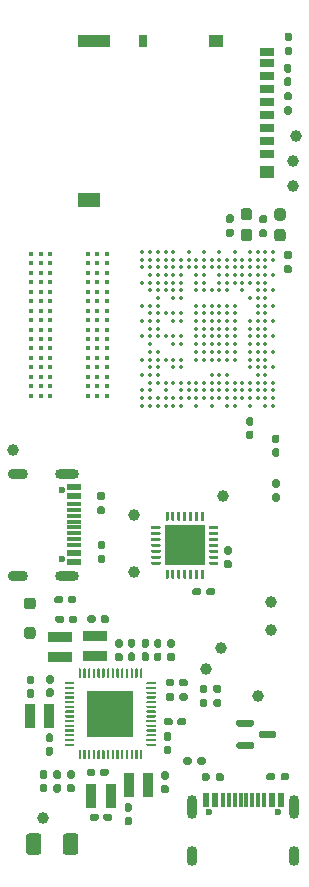
<source format=gbr>
G04 #@! TF.GenerationSoftware,KiCad,Pcbnew,7.0.8-7.0.8~ubuntu22.04.1*
G04 #@! TF.CreationDate,2023-10-22T15:09:54+03:00*
G04 #@! TF.ProjectId,H616_devboard,48363136-5f64-4657-9662-6f6172642e6b,rev?*
G04 #@! TF.SameCoordinates,Original*
G04 #@! TF.FileFunction,Soldermask,Top*
G04 #@! TF.FilePolarity,Negative*
%FSLAX46Y46*%
G04 Gerber Fmt 4.6, Leading zero omitted, Abs format (unit mm)*
G04 Created by KiCad (PCBNEW 7.0.8-7.0.8~ubuntu22.04.1) date 2023-10-22 15:09:54*
%MOMM*%
%LPD*%
G01*
G04 APERTURE LIST*
%ADD10C,1.000000*%
%ADD11R,2.000000X0.850000*%
%ADD12C,0.350000*%
%ADD13C,0.600000*%
%ADD14R,0.600000X1.160000*%
%ADD15R,0.300000X1.160000*%
%ADD16O,0.900000X2.000000*%
%ADD17O,0.900000X1.700000*%
%ADD18R,0.850000X2.000000*%
%ADD19R,4.000000X4.000000*%
%ADD20C,0.400000*%
%ADD21R,1.200000X0.700000*%
%ADD22R,0.800000X1.000000*%
%ADD23R,1.200000X1.000000*%
%ADD24R,2.800000X1.000000*%
%ADD25R,1.900000X1.300000*%
%ADD26R,1.160000X0.600000*%
%ADD27R,1.160000X0.300000*%
%ADD28O,2.000000X0.900000*%
%ADD29O,1.700000X0.900000*%
%ADD30R,3.350000X3.350000*%
G04 APERTURE END LIST*
G36*
G01*
X151675000Y-99297500D02*
X151985000Y-99297500D01*
G75*
G02*
X152140000Y-99452500I0J-155000D01*
G01*
X152140000Y-99877500D01*
G75*
G02*
X151985000Y-100032500I-155000J0D01*
G01*
X151675000Y-100032500D01*
G75*
G02*
X151520000Y-99877500I0J155000D01*
G01*
X151520000Y-99452500D01*
G75*
G02*
X151675000Y-99297500I155000J0D01*
G01*
G37*
G36*
G01*
X151675000Y-100432500D02*
X151985000Y-100432500D01*
G75*
G02*
X152140000Y-100587500I0J-155000D01*
G01*
X152140000Y-101012500D01*
G75*
G02*
X151985000Y-101167500I-155000J0D01*
G01*
X151675000Y-101167500D01*
G75*
G02*
X151520000Y-101012500I0J155000D01*
G01*
X151520000Y-100587500D01*
G75*
G02*
X151675000Y-100432500I155000J0D01*
G01*
G37*
G36*
G01*
X142815000Y-126362500D02*
X142505000Y-126362500D01*
G75*
G02*
X142350000Y-126207500I0J155000D01*
G01*
X142350000Y-125782500D01*
G75*
G02*
X142505000Y-125627500I155000J0D01*
G01*
X142815000Y-125627500D01*
G75*
G02*
X142970000Y-125782500I0J-155000D01*
G01*
X142970000Y-126207500D01*
G75*
G02*
X142815000Y-126362500I-155000J0D01*
G01*
G37*
G36*
G01*
X142815000Y-125227500D02*
X142505000Y-125227500D01*
G75*
G02*
X142350000Y-125072500I0J155000D01*
G01*
X142350000Y-124647500D01*
G75*
G02*
X142505000Y-124492500I155000J0D01*
G01*
X142815000Y-124492500D01*
G75*
G02*
X142970000Y-124647500I0J-155000D01*
G01*
X142970000Y-125072500D01*
G75*
G02*
X142815000Y-125227500I-155000J0D01*
G01*
G37*
D10*
X145950000Y-119150000D03*
D11*
X136490000Y-118020000D03*
X136490000Y-116370000D03*
G36*
G01*
X137675000Y-127745000D02*
X137675000Y-128055000D01*
G75*
G02*
X137520000Y-128210000I-155000J0D01*
G01*
X137095000Y-128210000D01*
G75*
G02*
X136940000Y-128055000I0J155000D01*
G01*
X136940000Y-127745000D01*
G75*
G02*
X137095000Y-127590000I155000J0D01*
G01*
X137520000Y-127590000D01*
G75*
G02*
X137675000Y-127745000I0J-155000D01*
G01*
G37*
G36*
G01*
X136540000Y-127745000D02*
X136540000Y-128055000D01*
G75*
G02*
X136385000Y-128210000I-155000J0D01*
G01*
X135960000Y-128210000D01*
G75*
G02*
X135805000Y-128055000I0J155000D01*
G01*
X135805000Y-127745000D01*
G75*
G02*
X135960000Y-127590000I155000J0D01*
G01*
X136385000Y-127590000D01*
G75*
G02*
X136540000Y-127745000I0J-155000D01*
G01*
G37*
D10*
X151400000Y-115800000D03*
X153270000Y-76130000D03*
G36*
G01*
X152675000Y-67922500D02*
X152985000Y-67922500D01*
G75*
G02*
X153140000Y-68077500I0J-155000D01*
G01*
X153140000Y-68502500D01*
G75*
G02*
X152985000Y-68657500I-155000J0D01*
G01*
X152675000Y-68657500D01*
G75*
G02*
X152520000Y-68502500I0J155000D01*
G01*
X152520000Y-68077500D01*
G75*
G02*
X152675000Y-67922500I155000J0D01*
G01*
G37*
G36*
G01*
X152675000Y-69057500D02*
X152985000Y-69057500D01*
G75*
G02*
X153140000Y-69212500I0J-155000D01*
G01*
X153140000Y-69637500D01*
G75*
G02*
X152985000Y-69792500I-155000J0D01*
G01*
X152675000Y-69792500D01*
G75*
G02*
X152520000Y-69637500I0J155000D01*
G01*
X152520000Y-69212500D01*
G75*
G02*
X152675000Y-69057500I155000J0D01*
G01*
G37*
G36*
G01*
X147770000Y-80657500D02*
X148090000Y-80657500D01*
G75*
G02*
X148250000Y-80817500I0J-160000D01*
G01*
X148250000Y-81212500D01*
G75*
G02*
X148090000Y-81372500I-160000J0D01*
G01*
X147770000Y-81372500D01*
G75*
G02*
X147610000Y-81212500I0J160000D01*
G01*
X147610000Y-80817500D01*
G75*
G02*
X147770000Y-80657500I160000J0D01*
G01*
G37*
G36*
G01*
X147770000Y-81852500D02*
X148090000Y-81852500D01*
G75*
G02*
X148250000Y-82012500I0J-160000D01*
G01*
X148250000Y-82407500D01*
G75*
G02*
X148090000Y-82567500I-160000J0D01*
G01*
X147770000Y-82567500D01*
G75*
G02*
X147610000Y-82407500I0J160000D01*
G01*
X147610000Y-82012500D01*
G75*
G02*
X147770000Y-81852500I160000J0D01*
G01*
G37*
X139830000Y-106110000D03*
X147320000Y-104480000D03*
G36*
G01*
X137220000Y-110182500D02*
X136900000Y-110182500D01*
G75*
G02*
X136740000Y-110022500I0J160000D01*
G01*
X136740000Y-109627500D01*
G75*
G02*
X136900000Y-109467500I160000J0D01*
G01*
X137220000Y-109467500D01*
G75*
G02*
X137380000Y-109627500I0J-160000D01*
G01*
X137380000Y-110022500D01*
G75*
G02*
X137220000Y-110182500I-160000J0D01*
G01*
G37*
G36*
G01*
X137220000Y-108987500D02*
X136900000Y-108987500D01*
G75*
G02*
X136740000Y-108827500I0J160000D01*
G01*
X136740000Y-108432500D01*
G75*
G02*
X136900000Y-108272500I160000J0D01*
G01*
X137220000Y-108272500D01*
G75*
G02*
X137380000Y-108432500I0J-160000D01*
G01*
X137380000Y-108827500D01*
G75*
G02*
X137220000Y-108987500I-160000J0D01*
G01*
G37*
D12*
X151590000Y-83840000D03*
X151590000Y-84490000D03*
X151590000Y-85790000D03*
X151590000Y-87090000D03*
X151590000Y-88390000D03*
X151590000Y-89690000D03*
X151590000Y-90990000D03*
X151590000Y-92290000D03*
X151590000Y-93590000D03*
X151590000Y-94890000D03*
X151590000Y-95540000D03*
X151590000Y-96190000D03*
X151590000Y-96840000D03*
X150940000Y-83840000D03*
X150940000Y-84490000D03*
X150940000Y-85140000D03*
X150940000Y-85790000D03*
X150940000Y-86440000D03*
X150940000Y-87090000D03*
X150940000Y-87740000D03*
X150940000Y-88390000D03*
X150940000Y-89040000D03*
X150940000Y-89690000D03*
X150940000Y-90340000D03*
X150940000Y-90990000D03*
X150940000Y-91640000D03*
X150940000Y-92290000D03*
X150940000Y-92940000D03*
X150940000Y-93590000D03*
X150940000Y-94240000D03*
X150940000Y-94890000D03*
X150940000Y-95540000D03*
X150940000Y-96190000D03*
X150940000Y-96840000D03*
X150290000Y-83840000D03*
X150290000Y-84490000D03*
X150290000Y-85140000D03*
X150290000Y-85790000D03*
X150290000Y-86440000D03*
X150290000Y-87090000D03*
X150290000Y-87740000D03*
X150290000Y-88390000D03*
X150290000Y-89040000D03*
X150290000Y-89690000D03*
X150290000Y-90340000D03*
X150290000Y-90990000D03*
X150290000Y-91640000D03*
X150290000Y-92290000D03*
X150290000Y-92940000D03*
X150290000Y-93590000D03*
X150290000Y-94240000D03*
X150290000Y-94890000D03*
X150290000Y-95540000D03*
X150290000Y-96190000D03*
X149640000Y-83840000D03*
X149640000Y-84490000D03*
X149640000Y-85140000D03*
X149640000Y-85790000D03*
X149640000Y-86440000D03*
X149640000Y-87740000D03*
X149640000Y-89690000D03*
X149640000Y-90340000D03*
X149640000Y-90990000D03*
X149640000Y-91640000D03*
X149640000Y-92290000D03*
X149640000Y-92940000D03*
X149640000Y-93590000D03*
X149640000Y-94890000D03*
X149640000Y-95540000D03*
X149640000Y-96190000D03*
X149640000Y-96840000D03*
X148990000Y-84490000D03*
X148990000Y-85140000D03*
X148990000Y-85790000D03*
X148990000Y-86440000D03*
X148990000Y-87090000D03*
X148990000Y-94890000D03*
X148990000Y-95540000D03*
X148990000Y-96190000D03*
X148340000Y-83840000D03*
X148340000Y-84490000D03*
X148340000Y-85140000D03*
X148340000Y-85790000D03*
X148340000Y-86440000D03*
X148340000Y-88390000D03*
X148340000Y-89040000D03*
X148340000Y-89690000D03*
X148340000Y-90340000D03*
X148340000Y-90990000D03*
X148340000Y-91640000D03*
X148340000Y-92290000D03*
X148340000Y-92940000D03*
X148340000Y-94890000D03*
X148340000Y-95540000D03*
X148340000Y-96190000D03*
X148340000Y-96840000D03*
X147690000Y-84490000D03*
X147690000Y-85140000D03*
X147690000Y-85790000D03*
X147690000Y-86440000D03*
X147690000Y-87090000D03*
X147690000Y-88390000D03*
X147690000Y-89040000D03*
X147690000Y-89690000D03*
X147690000Y-90340000D03*
X147690000Y-90990000D03*
X147690000Y-91640000D03*
X147690000Y-92290000D03*
X147690000Y-92940000D03*
X147690000Y-94240000D03*
X147690000Y-94890000D03*
X147690000Y-95540000D03*
X147690000Y-96190000D03*
X147690000Y-96840000D03*
X147040000Y-83840000D03*
X147040000Y-84490000D03*
X147040000Y-85140000D03*
X147040000Y-85790000D03*
X147040000Y-86440000D03*
X147040000Y-87090000D03*
X147040000Y-88390000D03*
X147040000Y-89040000D03*
X147040000Y-89690000D03*
X147040000Y-90340000D03*
X147040000Y-90990000D03*
X147040000Y-91640000D03*
X147040000Y-92290000D03*
X147040000Y-92940000D03*
X147040000Y-94240000D03*
X147040000Y-94890000D03*
X147040000Y-95540000D03*
X147040000Y-96190000D03*
X146390000Y-84490000D03*
X146390000Y-85140000D03*
X146390000Y-87090000D03*
X146390000Y-88390000D03*
X146390000Y-89040000D03*
X146390000Y-89690000D03*
X146390000Y-90340000D03*
X146390000Y-90990000D03*
X146390000Y-91640000D03*
X146390000Y-92290000D03*
X146390000Y-92940000D03*
X146390000Y-94240000D03*
X146390000Y-94890000D03*
X146390000Y-95540000D03*
X146390000Y-96190000D03*
X146390000Y-96840000D03*
X145740000Y-83840000D03*
X145740000Y-84490000D03*
X145740000Y-85140000D03*
X145740000Y-85790000D03*
X145740000Y-86440000D03*
X145740000Y-87090000D03*
X145740000Y-88390000D03*
X145740000Y-89040000D03*
X145740000Y-89690000D03*
X145740000Y-90340000D03*
X145740000Y-90990000D03*
X145740000Y-91640000D03*
X145740000Y-92290000D03*
X145740000Y-92940000D03*
X145740000Y-94890000D03*
X145740000Y-95540000D03*
X145740000Y-96190000D03*
X145090000Y-84490000D03*
X145090000Y-85140000D03*
X145090000Y-85790000D03*
X145090000Y-86440000D03*
X145090000Y-87090000D03*
X145090000Y-88390000D03*
X145090000Y-89040000D03*
X145090000Y-89690000D03*
X145090000Y-90340000D03*
X145090000Y-90990000D03*
X145090000Y-91640000D03*
X145090000Y-92290000D03*
X145090000Y-92940000D03*
X145090000Y-94890000D03*
X145090000Y-95540000D03*
X145090000Y-96190000D03*
X145090000Y-96840000D03*
X144440000Y-83840000D03*
X144440000Y-84490000D03*
X144440000Y-85140000D03*
X144440000Y-94890000D03*
X144440000Y-95540000D03*
X144440000Y-96190000D03*
X143790000Y-84490000D03*
X143790000Y-85140000D03*
X143790000Y-85790000D03*
X143790000Y-86440000D03*
X143790000Y-87090000D03*
X143790000Y-87740000D03*
X143790000Y-89040000D03*
X143790000Y-89690000D03*
X143790000Y-90990000D03*
X143790000Y-91640000D03*
X143790000Y-92940000D03*
X143790000Y-93590000D03*
X143790000Y-94890000D03*
X143790000Y-95540000D03*
X143790000Y-96190000D03*
X143790000Y-96840000D03*
X143140000Y-83840000D03*
X143140000Y-84490000D03*
X143140000Y-85140000D03*
X143140000Y-85790000D03*
X143140000Y-86440000D03*
X143140000Y-87090000D03*
X143140000Y-87740000D03*
X143140000Y-89040000D03*
X143140000Y-89690000D03*
X143140000Y-90990000D03*
X143140000Y-91640000D03*
X143140000Y-92940000D03*
X143140000Y-93590000D03*
X143140000Y-94890000D03*
X143140000Y-96190000D03*
X143140000Y-96840000D03*
X142490000Y-83840000D03*
X142490000Y-84490000D03*
X142490000Y-85140000D03*
X142490000Y-85790000D03*
X142490000Y-86440000D03*
X142490000Y-87090000D03*
X142490000Y-89040000D03*
X142490000Y-90990000D03*
X142490000Y-92940000D03*
X142490000Y-94890000D03*
X142490000Y-95540000D03*
X142490000Y-96190000D03*
X142490000Y-96840000D03*
X141840000Y-83840000D03*
X141840000Y-84490000D03*
X141840000Y-85140000D03*
X141840000Y-85790000D03*
X141840000Y-86440000D03*
X141840000Y-87090000D03*
X141840000Y-87740000D03*
X141840000Y-88390000D03*
X141840000Y-89040000D03*
X141840000Y-89690000D03*
X141840000Y-90340000D03*
X141840000Y-90990000D03*
X141840000Y-92290000D03*
X141840000Y-92940000D03*
X141840000Y-93590000D03*
X141840000Y-94240000D03*
X141840000Y-94890000D03*
X141840000Y-96190000D03*
X141840000Y-96840000D03*
X141190000Y-83840000D03*
X141190000Y-84490000D03*
X141190000Y-85140000D03*
X141190000Y-85790000D03*
X141190000Y-86440000D03*
X141190000Y-87090000D03*
X141190000Y-88390000D03*
X141190000Y-89040000D03*
X141190000Y-89690000D03*
X141190000Y-90340000D03*
X141190000Y-90990000D03*
X141190000Y-91640000D03*
X141190000Y-92290000D03*
X141190000Y-92940000D03*
X141190000Y-93590000D03*
X141190000Y-94240000D03*
X141190000Y-94890000D03*
X141190000Y-95540000D03*
X141190000Y-96190000D03*
X141190000Y-96840000D03*
X140540000Y-83840000D03*
X140540000Y-84490000D03*
X140540000Y-85140000D03*
X140540000Y-86440000D03*
X140540000Y-88390000D03*
X140540000Y-89690000D03*
X140540000Y-90990000D03*
X140540000Y-92940000D03*
X140540000Y-94240000D03*
X140540000Y-95540000D03*
X140540000Y-96190000D03*
X140540000Y-96840000D03*
G36*
G01*
X136870000Y-104142500D02*
X137190000Y-104142500D01*
G75*
G02*
X137350000Y-104302500I0J-160000D01*
G01*
X137350000Y-104697500D01*
G75*
G02*
X137190000Y-104857500I-160000J0D01*
G01*
X136870000Y-104857500D01*
G75*
G02*
X136710000Y-104697500I0J160000D01*
G01*
X136710000Y-104302500D01*
G75*
G02*
X136870000Y-104142500I160000J0D01*
G01*
G37*
G36*
G01*
X136870000Y-105337500D02*
X137190000Y-105337500D01*
G75*
G02*
X137350000Y-105497500I0J-160000D01*
G01*
X137350000Y-105892500D01*
G75*
G02*
X137190000Y-106052500I-160000J0D01*
G01*
X136870000Y-106052500D01*
G75*
G02*
X136710000Y-105892500I0J160000D01*
G01*
X136710000Y-105497500D01*
G75*
G02*
X136870000Y-105337500I160000J0D01*
G01*
G37*
D11*
X133590000Y-118110000D03*
X133590000Y-116460000D03*
G36*
G01*
X152417500Y-82935000D02*
X151942500Y-82935000D01*
G75*
G02*
X151705000Y-82697500I0J237500D01*
G01*
X151705000Y-82122500D01*
G75*
G02*
X151942500Y-81885000I237500J0D01*
G01*
X152417500Y-81885000D01*
G75*
G02*
X152655000Y-82122500I0J-237500D01*
G01*
X152655000Y-82697500D01*
G75*
G02*
X152417500Y-82935000I-237500J0D01*
G01*
G37*
G36*
G01*
X152417500Y-81185000D02*
X151942500Y-81185000D01*
G75*
G02*
X151705000Y-80947500I0J237500D01*
G01*
X151705000Y-80372500D01*
G75*
G02*
X151942500Y-80135000I237500J0D01*
G01*
X152417500Y-80135000D01*
G75*
G02*
X152655000Y-80372500I0J-237500D01*
G01*
X152655000Y-80947500D01*
G75*
G02*
X152417500Y-81185000I-237500J0D01*
G01*
G37*
D10*
X132150000Y-131790000D03*
D13*
X146200000Y-131270000D03*
X151980000Y-131270000D03*
D14*
X145890000Y-130210000D03*
X146690000Y-130210000D03*
D15*
X147840000Y-130210000D03*
X148840000Y-130210000D03*
X149340000Y-130210000D03*
X150340000Y-130210000D03*
D14*
X151490000Y-130210000D03*
X152290000Y-130210000D03*
X152290000Y-130210000D03*
X151490000Y-130210000D03*
D15*
X150840000Y-130210000D03*
X149840000Y-130210000D03*
X148340000Y-130210000D03*
X147340000Y-130210000D03*
D14*
X146690000Y-130210000D03*
X145890000Y-130210000D03*
D16*
X144770000Y-130790000D03*
D17*
X144770000Y-134960000D03*
D16*
X153410000Y-130790000D03*
D17*
X153410000Y-134960000D03*
G36*
G01*
X153020000Y-72202500D02*
X152700000Y-72202500D01*
G75*
G02*
X152540000Y-72042500I0J160000D01*
G01*
X152540000Y-71647500D01*
G75*
G02*
X152700000Y-71487500I160000J0D01*
G01*
X153020000Y-71487500D01*
G75*
G02*
X153180000Y-71647500I0J-160000D01*
G01*
X153180000Y-72042500D01*
G75*
G02*
X153020000Y-72202500I-160000J0D01*
G01*
G37*
G36*
G01*
X153020000Y-71007500D02*
X152700000Y-71007500D01*
G75*
G02*
X152540000Y-70847500I0J160000D01*
G01*
X152540000Y-70452500D01*
G75*
G02*
X152700000Y-70292500I160000J0D01*
G01*
X153020000Y-70292500D01*
G75*
G02*
X153180000Y-70452500I0J-160000D01*
G01*
X153180000Y-70847500D01*
G75*
G02*
X153020000Y-71007500I-160000J0D01*
G01*
G37*
D10*
X147160000Y-117340000D03*
G36*
G01*
X133162500Y-115105000D02*
X133162500Y-114795000D01*
G75*
G02*
X133317500Y-114640000I155000J0D01*
G01*
X133742500Y-114640000D01*
G75*
G02*
X133897500Y-114795000I0J-155000D01*
G01*
X133897500Y-115105000D01*
G75*
G02*
X133742500Y-115260000I-155000J0D01*
G01*
X133317500Y-115260000D01*
G75*
G02*
X133162500Y-115105000I0J155000D01*
G01*
G37*
G36*
G01*
X134297500Y-115105000D02*
X134297500Y-114795000D01*
G75*
G02*
X134452500Y-114640000I155000J0D01*
G01*
X134877500Y-114640000D01*
G75*
G02*
X135032500Y-114795000I0J-155000D01*
G01*
X135032500Y-115105000D01*
G75*
G02*
X134877500Y-115260000I-155000J0D01*
G01*
X134452500Y-115260000D01*
G75*
G02*
X134297500Y-115105000I0J155000D01*
G01*
G37*
G36*
G01*
X147030000Y-122367500D02*
X146710000Y-122367500D01*
G75*
G02*
X146550000Y-122207500I0J160000D01*
G01*
X146550000Y-121812500D01*
G75*
G02*
X146710000Y-121652500I160000J0D01*
G01*
X147030000Y-121652500D01*
G75*
G02*
X147190000Y-121812500I0J-160000D01*
G01*
X147190000Y-122207500D01*
G75*
G02*
X147030000Y-122367500I-160000J0D01*
G01*
G37*
G36*
G01*
X147030000Y-121172500D02*
X146710000Y-121172500D01*
G75*
G02*
X146550000Y-121012500I0J160000D01*
G01*
X146550000Y-120617500D01*
G75*
G02*
X146710000Y-120457500I160000J0D01*
G01*
X147030000Y-120457500D01*
G75*
G02*
X147190000Y-120617500I0J-160000D01*
G01*
X147190000Y-121012500D01*
G75*
G02*
X147030000Y-121172500I-160000J0D01*
G01*
G37*
G36*
G01*
X145860000Y-122397500D02*
X145540000Y-122397500D01*
G75*
G02*
X145380000Y-122237500I0J160000D01*
G01*
X145380000Y-121842500D01*
G75*
G02*
X145540000Y-121682500I160000J0D01*
G01*
X145860000Y-121682500D01*
G75*
G02*
X146020000Y-121842500I0J-160000D01*
G01*
X146020000Y-122237500D01*
G75*
G02*
X145860000Y-122397500I-160000J0D01*
G01*
G37*
G36*
G01*
X145860000Y-121202500D02*
X145540000Y-121202500D01*
G75*
G02*
X145380000Y-121042500I0J160000D01*
G01*
X145380000Y-120647500D01*
G75*
G02*
X145540000Y-120487500I160000J0D01*
G01*
X145860000Y-120487500D01*
G75*
G02*
X146020000Y-120647500I0J-160000D01*
G01*
X146020000Y-121042500D01*
G75*
G02*
X145860000Y-121202500I-160000J0D01*
G01*
G37*
D18*
X136200000Y-129880000D03*
X137850000Y-129880000D03*
G36*
G01*
X142595000Y-129677500D02*
X142285000Y-129677500D01*
G75*
G02*
X142130000Y-129522500I0J155000D01*
G01*
X142130000Y-129097500D01*
G75*
G02*
X142285000Y-128942500I155000J0D01*
G01*
X142595000Y-128942500D01*
G75*
G02*
X142750000Y-129097500I0J-155000D01*
G01*
X142750000Y-129522500D01*
G75*
G02*
X142595000Y-129677500I-155000J0D01*
G01*
G37*
G36*
G01*
X142595000Y-128542500D02*
X142285000Y-128542500D01*
G75*
G02*
X142130000Y-128387500I0J155000D01*
G01*
X142130000Y-127962500D01*
G75*
G02*
X142285000Y-127807500I155000J0D01*
G01*
X142595000Y-127807500D01*
G75*
G02*
X142750000Y-127962500I0J-155000D01*
G01*
X142750000Y-128387500D01*
G75*
G02*
X142595000Y-128542500I-155000J0D01*
G01*
G37*
G36*
G01*
X152942500Y-128100000D02*
X152942500Y-128420000D01*
G75*
G02*
X152782500Y-128580000I-160000J0D01*
G01*
X152387500Y-128580000D01*
G75*
G02*
X152227500Y-128420000I0J160000D01*
G01*
X152227500Y-128100000D01*
G75*
G02*
X152387500Y-127940000I160000J0D01*
G01*
X152782500Y-127940000D01*
G75*
G02*
X152942500Y-128100000I0J-160000D01*
G01*
G37*
G36*
G01*
X151747500Y-128100000D02*
X151747500Y-128420000D01*
G75*
G02*
X151587500Y-128580000I-160000J0D01*
G01*
X151192500Y-128580000D01*
G75*
G02*
X151032500Y-128420000I0J160000D01*
G01*
X151032500Y-128100000D01*
G75*
G02*
X151192500Y-127940000I160000J0D01*
G01*
X151587500Y-127940000D01*
G75*
G02*
X151747500Y-128100000I0J-160000D01*
G01*
G37*
G36*
G01*
X139485000Y-132382500D02*
X139175000Y-132382500D01*
G75*
G02*
X139020000Y-132227500I0J155000D01*
G01*
X139020000Y-131802500D01*
G75*
G02*
X139175000Y-131647500I155000J0D01*
G01*
X139485000Y-131647500D01*
G75*
G02*
X139640000Y-131802500I0J-155000D01*
G01*
X139640000Y-132227500D01*
G75*
G02*
X139485000Y-132382500I-155000J0D01*
G01*
G37*
G36*
G01*
X139485000Y-131247500D02*
X139175000Y-131247500D01*
G75*
G02*
X139020000Y-131092500I0J155000D01*
G01*
X139020000Y-130667500D01*
G75*
G02*
X139175000Y-130512500I155000J0D01*
G01*
X139485000Y-130512500D01*
G75*
G02*
X139640000Y-130667500I0J-155000D01*
G01*
X139640000Y-131092500D01*
G75*
G02*
X139485000Y-131247500I-155000J0D01*
G01*
G37*
G36*
G01*
X149577500Y-82915000D02*
X149102500Y-82915000D01*
G75*
G02*
X148865000Y-82677500I0J237500D01*
G01*
X148865000Y-82102500D01*
G75*
G02*
X149102500Y-81865000I237500J0D01*
G01*
X149577500Y-81865000D01*
G75*
G02*
X149815000Y-82102500I0J-237500D01*
G01*
X149815000Y-82677500D01*
G75*
G02*
X149577500Y-82915000I-237500J0D01*
G01*
G37*
G36*
G01*
X149577500Y-81165000D02*
X149102500Y-81165000D01*
G75*
G02*
X148865000Y-80927500I0J237500D01*
G01*
X148865000Y-80352500D01*
G75*
G02*
X149102500Y-80115000I237500J0D01*
G01*
X149577500Y-80115000D01*
G75*
G02*
X149815000Y-80352500I0J-237500D01*
G01*
X149815000Y-80927500D01*
G75*
G02*
X149577500Y-81165000I-237500J0D01*
G01*
G37*
G36*
G01*
X152700000Y-83732500D02*
X153020000Y-83732500D01*
G75*
G02*
X153180000Y-83892500I0J-160000D01*
G01*
X153180000Y-84287500D01*
G75*
G02*
X153020000Y-84447500I-160000J0D01*
G01*
X152700000Y-84447500D01*
G75*
G02*
X152540000Y-84287500I0J160000D01*
G01*
X152540000Y-83892500D01*
G75*
G02*
X152700000Y-83732500I160000J0D01*
G01*
G37*
G36*
G01*
X152700000Y-84927500D02*
X153020000Y-84927500D01*
G75*
G02*
X153180000Y-85087500I0J-160000D01*
G01*
X153180000Y-85482500D01*
G75*
G02*
X153020000Y-85642500I-160000J0D01*
G01*
X152700000Y-85642500D01*
G75*
G02*
X152540000Y-85482500I0J160000D01*
G01*
X152540000Y-85087500D01*
G75*
G02*
X152700000Y-84927500I160000J0D01*
G01*
G37*
D10*
X153500000Y-74000000D03*
G36*
G01*
X144232500Y-123455000D02*
X144232500Y-123765000D01*
G75*
G02*
X144077500Y-123920000I-155000J0D01*
G01*
X143652500Y-123920000D01*
G75*
G02*
X143497500Y-123765000I0J155000D01*
G01*
X143497500Y-123455000D01*
G75*
G02*
X143652500Y-123300000I155000J0D01*
G01*
X144077500Y-123300000D01*
G75*
G02*
X144232500Y-123455000I0J-155000D01*
G01*
G37*
G36*
G01*
X143097500Y-123455000D02*
X143097500Y-123765000D01*
G75*
G02*
X142942500Y-123920000I-155000J0D01*
G01*
X142517500Y-123920000D01*
G75*
G02*
X142362500Y-123765000I0J155000D01*
G01*
X142362500Y-123455000D01*
G75*
G02*
X142517500Y-123300000I155000J0D01*
G01*
X142942500Y-123300000D01*
G75*
G02*
X143097500Y-123455000I0J-155000D01*
G01*
G37*
G36*
G01*
X132305000Y-129572500D02*
X131995000Y-129572500D01*
G75*
G02*
X131840000Y-129417500I0J155000D01*
G01*
X131840000Y-128992500D01*
G75*
G02*
X131995000Y-128837500I155000J0D01*
G01*
X132305000Y-128837500D01*
G75*
G02*
X132460000Y-128992500I0J-155000D01*
G01*
X132460000Y-129417500D01*
G75*
G02*
X132305000Y-129572500I-155000J0D01*
G01*
G37*
G36*
G01*
X132305000Y-128437500D02*
X131995000Y-128437500D01*
G75*
G02*
X131840000Y-128282500I0J155000D01*
G01*
X131840000Y-127857500D01*
G75*
G02*
X131995000Y-127702500I155000J0D01*
G01*
X132305000Y-127702500D01*
G75*
G02*
X132460000Y-127857500I0J-155000D01*
G01*
X132460000Y-128282500D01*
G75*
G02*
X132305000Y-128437500I-155000J0D01*
G01*
G37*
G36*
G01*
X132505000Y-124602500D02*
X132815000Y-124602500D01*
G75*
G02*
X132970000Y-124757500I0J-155000D01*
G01*
X132970000Y-125182500D01*
G75*
G02*
X132815000Y-125337500I-155000J0D01*
G01*
X132505000Y-125337500D01*
G75*
G02*
X132350000Y-125182500I0J155000D01*
G01*
X132350000Y-124757500D01*
G75*
G02*
X132505000Y-124602500I155000J0D01*
G01*
G37*
G36*
G01*
X132505000Y-125737500D02*
X132815000Y-125737500D01*
G75*
G02*
X132970000Y-125892500I0J-155000D01*
G01*
X132970000Y-126317500D01*
G75*
G02*
X132815000Y-126472500I-155000J0D01*
G01*
X132505000Y-126472500D01*
G75*
G02*
X132350000Y-126317500I0J155000D01*
G01*
X132350000Y-125892500D01*
G75*
G02*
X132505000Y-125737500I155000J0D01*
G01*
G37*
G36*
G01*
X135112500Y-133315000D02*
X135112500Y-134615000D01*
G75*
G02*
X134862500Y-134865000I-250000J0D01*
G01*
X134037500Y-134865000D01*
G75*
G02*
X133787500Y-134615000I0J250000D01*
G01*
X133787500Y-133315000D01*
G75*
G02*
X134037500Y-133065000I250000J0D01*
G01*
X134862500Y-133065000D01*
G75*
G02*
X135112500Y-133315000I0J-250000D01*
G01*
G37*
G36*
G01*
X131987500Y-133315000D02*
X131987500Y-134615000D01*
G75*
G02*
X131737500Y-134865000I-250000J0D01*
G01*
X130912500Y-134865000D01*
G75*
G02*
X130662500Y-134615000I0J250000D01*
G01*
X130662500Y-133315000D01*
G75*
G02*
X130912500Y-133065000I250000J0D01*
G01*
X131737500Y-133065000D01*
G75*
G02*
X131987500Y-133315000I0J-250000D01*
G01*
G37*
G36*
G01*
X138695000Y-118497500D02*
X138385000Y-118497500D01*
G75*
G02*
X138230000Y-118342500I0J155000D01*
G01*
X138230000Y-117917500D01*
G75*
G02*
X138385000Y-117762500I155000J0D01*
G01*
X138695000Y-117762500D01*
G75*
G02*
X138850000Y-117917500I0J-155000D01*
G01*
X138850000Y-118342500D01*
G75*
G02*
X138695000Y-118497500I-155000J0D01*
G01*
G37*
G36*
G01*
X138695000Y-117362500D02*
X138385000Y-117362500D01*
G75*
G02*
X138230000Y-117207500I0J155000D01*
G01*
X138230000Y-116782500D01*
G75*
G02*
X138385000Y-116627500I155000J0D01*
G01*
X138695000Y-116627500D01*
G75*
G02*
X138850000Y-116782500I0J-155000D01*
G01*
X138850000Y-117207500D01*
G75*
G02*
X138695000Y-117362500I-155000J0D01*
G01*
G37*
G36*
G01*
X147925000Y-110625000D02*
X147615000Y-110625000D01*
G75*
G02*
X147460000Y-110470000I0J155000D01*
G01*
X147460000Y-110045000D01*
G75*
G02*
X147615000Y-109890000I155000J0D01*
G01*
X147925000Y-109890000D01*
G75*
G02*
X148080000Y-110045000I0J-155000D01*
G01*
X148080000Y-110470000D01*
G75*
G02*
X147925000Y-110625000I-155000J0D01*
G01*
G37*
G36*
G01*
X147925000Y-109490000D02*
X147615000Y-109490000D01*
G75*
G02*
X147460000Y-109335000I0J155000D01*
G01*
X147460000Y-108910000D01*
G75*
G02*
X147615000Y-108755000I155000J0D01*
G01*
X147925000Y-108755000D01*
G75*
G02*
X148080000Y-108910000I0J-155000D01*
G01*
X148080000Y-109335000D01*
G75*
G02*
X147925000Y-109490000I-155000J0D01*
G01*
G37*
G36*
G01*
X140635000Y-116597500D02*
X140945000Y-116597500D01*
G75*
G02*
X141100000Y-116752500I0J-155000D01*
G01*
X141100000Y-117177500D01*
G75*
G02*
X140945000Y-117332500I-155000J0D01*
G01*
X140635000Y-117332500D01*
G75*
G02*
X140480000Y-117177500I0J155000D01*
G01*
X140480000Y-116752500D01*
G75*
G02*
X140635000Y-116597500I155000J0D01*
G01*
G37*
G36*
G01*
X140635000Y-117732500D02*
X140945000Y-117732500D01*
G75*
G02*
X141100000Y-117887500I0J-155000D01*
G01*
X141100000Y-118312500D01*
G75*
G02*
X140945000Y-118467500I-155000J0D01*
G01*
X140635000Y-118467500D01*
G75*
G02*
X140480000Y-118312500I0J155000D01*
G01*
X140480000Y-117887500D01*
G75*
G02*
X140635000Y-117732500I155000J0D01*
G01*
G37*
G36*
G01*
X135280000Y-126800000D02*
X135180000Y-126800000D01*
G75*
G02*
X135130000Y-126750000I0J50000D01*
G01*
X135130000Y-126050000D01*
G75*
G02*
X135180000Y-126000000I50000J0D01*
G01*
X135280000Y-126000000D01*
G75*
G02*
X135330000Y-126050000I0J-50000D01*
G01*
X135330000Y-126750000D01*
G75*
G02*
X135280000Y-126800000I-50000J0D01*
G01*
G37*
G36*
G01*
X135680000Y-126800000D02*
X135580000Y-126800000D01*
G75*
G02*
X135530000Y-126750000I0J50000D01*
G01*
X135530000Y-126050000D01*
G75*
G02*
X135580000Y-126000000I50000J0D01*
G01*
X135680000Y-126000000D01*
G75*
G02*
X135730000Y-126050000I0J-50000D01*
G01*
X135730000Y-126750000D01*
G75*
G02*
X135680000Y-126800000I-50000J0D01*
G01*
G37*
G36*
G01*
X136080000Y-126800000D02*
X135980000Y-126800000D01*
G75*
G02*
X135930000Y-126750000I0J50000D01*
G01*
X135930000Y-126050000D01*
G75*
G02*
X135980000Y-126000000I50000J0D01*
G01*
X136080000Y-126000000D01*
G75*
G02*
X136130000Y-126050000I0J-50000D01*
G01*
X136130000Y-126750000D01*
G75*
G02*
X136080000Y-126800000I-50000J0D01*
G01*
G37*
G36*
G01*
X136480000Y-126800000D02*
X136380000Y-126800000D01*
G75*
G02*
X136330000Y-126750000I0J50000D01*
G01*
X136330000Y-126050000D01*
G75*
G02*
X136380000Y-126000000I50000J0D01*
G01*
X136480000Y-126000000D01*
G75*
G02*
X136530000Y-126050000I0J-50000D01*
G01*
X136530000Y-126750000D01*
G75*
G02*
X136480000Y-126800000I-50000J0D01*
G01*
G37*
G36*
G01*
X136880000Y-126800000D02*
X136780000Y-126800000D01*
G75*
G02*
X136730000Y-126750000I0J50000D01*
G01*
X136730000Y-126050000D01*
G75*
G02*
X136780000Y-126000000I50000J0D01*
G01*
X136880000Y-126000000D01*
G75*
G02*
X136930000Y-126050000I0J-50000D01*
G01*
X136930000Y-126750000D01*
G75*
G02*
X136880000Y-126800000I-50000J0D01*
G01*
G37*
G36*
G01*
X137280000Y-126800000D02*
X137180000Y-126800000D01*
G75*
G02*
X137130000Y-126750000I0J50000D01*
G01*
X137130000Y-126050000D01*
G75*
G02*
X137180000Y-126000000I50000J0D01*
G01*
X137280000Y-126000000D01*
G75*
G02*
X137330000Y-126050000I0J-50000D01*
G01*
X137330000Y-126750000D01*
G75*
G02*
X137280000Y-126800000I-50000J0D01*
G01*
G37*
G36*
G01*
X137680000Y-126800000D02*
X137580000Y-126800000D01*
G75*
G02*
X137530000Y-126750000I0J50000D01*
G01*
X137530000Y-126050000D01*
G75*
G02*
X137580000Y-126000000I50000J0D01*
G01*
X137680000Y-126000000D01*
G75*
G02*
X137730000Y-126050000I0J-50000D01*
G01*
X137730000Y-126750000D01*
G75*
G02*
X137680000Y-126800000I-50000J0D01*
G01*
G37*
G36*
G01*
X138080000Y-126800000D02*
X137980000Y-126800000D01*
G75*
G02*
X137930000Y-126750000I0J50000D01*
G01*
X137930000Y-126050000D01*
G75*
G02*
X137980000Y-126000000I50000J0D01*
G01*
X138080000Y-126000000D01*
G75*
G02*
X138130000Y-126050000I0J-50000D01*
G01*
X138130000Y-126750000D01*
G75*
G02*
X138080000Y-126800000I-50000J0D01*
G01*
G37*
G36*
G01*
X138480000Y-126800000D02*
X138380000Y-126800000D01*
G75*
G02*
X138330000Y-126750000I0J50000D01*
G01*
X138330000Y-126050000D01*
G75*
G02*
X138380000Y-126000000I50000J0D01*
G01*
X138480000Y-126000000D01*
G75*
G02*
X138530000Y-126050000I0J-50000D01*
G01*
X138530000Y-126750000D01*
G75*
G02*
X138480000Y-126800000I-50000J0D01*
G01*
G37*
G36*
G01*
X138880000Y-126800000D02*
X138780000Y-126800000D01*
G75*
G02*
X138730000Y-126750000I0J50000D01*
G01*
X138730000Y-126050000D01*
G75*
G02*
X138780000Y-126000000I50000J0D01*
G01*
X138880000Y-126000000D01*
G75*
G02*
X138930000Y-126050000I0J-50000D01*
G01*
X138930000Y-126750000D01*
G75*
G02*
X138880000Y-126800000I-50000J0D01*
G01*
G37*
G36*
G01*
X139280000Y-126800000D02*
X139180000Y-126800000D01*
G75*
G02*
X139130000Y-126750000I0J50000D01*
G01*
X139130000Y-126050000D01*
G75*
G02*
X139180000Y-126000000I50000J0D01*
G01*
X139280000Y-126000000D01*
G75*
G02*
X139330000Y-126050000I0J-50000D01*
G01*
X139330000Y-126750000D01*
G75*
G02*
X139280000Y-126800000I-50000J0D01*
G01*
G37*
G36*
G01*
X139680000Y-126800000D02*
X139580000Y-126800000D01*
G75*
G02*
X139530000Y-126750000I0J50000D01*
G01*
X139530000Y-126050000D01*
G75*
G02*
X139580000Y-126000000I50000J0D01*
G01*
X139680000Y-126000000D01*
G75*
G02*
X139730000Y-126050000I0J-50000D01*
G01*
X139730000Y-126750000D01*
G75*
G02*
X139680000Y-126800000I-50000J0D01*
G01*
G37*
G36*
G01*
X140080000Y-126800000D02*
X139980000Y-126800000D01*
G75*
G02*
X139930000Y-126750000I0J50000D01*
G01*
X139930000Y-126050000D01*
G75*
G02*
X139980000Y-126000000I50000J0D01*
G01*
X140080000Y-126000000D01*
G75*
G02*
X140130000Y-126050000I0J-50000D01*
G01*
X140130000Y-126750000D01*
G75*
G02*
X140080000Y-126800000I-50000J0D01*
G01*
G37*
G36*
G01*
X140480000Y-126800000D02*
X140380000Y-126800000D01*
G75*
G02*
X140330000Y-126750000I0J50000D01*
G01*
X140330000Y-126050000D01*
G75*
G02*
X140380000Y-126000000I50000J0D01*
G01*
X140480000Y-126000000D01*
G75*
G02*
X140530000Y-126050000I0J-50000D01*
G01*
X140530000Y-126750000D01*
G75*
G02*
X140480000Y-126800000I-50000J0D01*
G01*
G37*
G36*
G01*
X141630000Y-125650000D02*
X140930000Y-125650000D01*
G75*
G02*
X140880000Y-125600000I0J50000D01*
G01*
X140880000Y-125500000D01*
G75*
G02*
X140930000Y-125450000I50000J0D01*
G01*
X141630000Y-125450000D01*
G75*
G02*
X141680000Y-125500000I0J-50000D01*
G01*
X141680000Y-125600000D01*
G75*
G02*
X141630000Y-125650000I-50000J0D01*
G01*
G37*
G36*
G01*
X141630000Y-125250000D02*
X140930000Y-125250000D01*
G75*
G02*
X140880000Y-125200000I0J50000D01*
G01*
X140880000Y-125100000D01*
G75*
G02*
X140930000Y-125050000I50000J0D01*
G01*
X141630000Y-125050000D01*
G75*
G02*
X141680000Y-125100000I0J-50000D01*
G01*
X141680000Y-125200000D01*
G75*
G02*
X141630000Y-125250000I-50000J0D01*
G01*
G37*
G36*
G01*
X141630000Y-124850000D02*
X140930000Y-124850000D01*
G75*
G02*
X140880000Y-124800000I0J50000D01*
G01*
X140880000Y-124700000D01*
G75*
G02*
X140930000Y-124650000I50000J0D01*
G01*
X141630000Y-124650000D01*
G75*
G02*
X141680000Y-124700000I0J-50000D01*
G01*
X141680000Y-124800000D01*
G75*
G02*
X141630000Y-124850000I-50000J0D01*
G01*
G37*
G36*
G01*
X141630000Y-124450000D02*
X140930000Y-124450000D01*
G75*
G02*
X140880000Y-124400000I0J50000D01*
G01*
X140880000Y-124300000D01*
G75*
G02*
X140930000Y-124250000I50000J0D01*
G01*
X141630000Y-124250000D01*
G75*
G02*
X141680000Y-124300000I0J-50000D01*
G01*
X141680000Y-124400000D01*
G75*
G02*
X141630000Y-124450000I-50000J0D01*
G01*
G37*
G36*
G01*
X141630000Y-124050000D02*
X140930000Y-124050000D01*
G75*
G02*
X140880000Y-124000000I0J50000D01*
G01*
X140880000Y-123900000D01*
G75*
G02*
X140930000Y-123850000I50000J0D01*
G01*
X141630000Y-123850000D01*
G75*
G02*
X141680000Y-123900000I0J-50000D01*
G01*
X141680000Y-124000000D01*
G75*
G02*
X141630000Y-124050000I-50000J0D01*
G01*
G37*
G36*
G01*
X141630000Y-123650000D02*
X140930000Y-123650000D01*
G75*
G02*
X140880000Y-123600000I0J50000D01*
G01*
X140880000Y-123500000D01*
G75*
G02*
X140930000Y-123450000I50000J0D01*
G01*
X141630000Y-123450000D01*
G75*
G02*
X141680000Y-123500000I0J-50000D01*
G01*
X141680000Y-123600000D01*
G75*
G02*
X141630000Y-123650000I-50000J0D01*
G01*
G37*
G36*
G01*
X141630000Y-123250000D02*
X140930000Y-123250000D01*
G75*
G02*
X140880000Y-123200000I0J50000D01*
G01*
X140880000Y-123100000D01*
G75*
G02*
X140930000Y-123050000I50000J0D01*
G01*
X141630000Y-123050000D01*
G75*
G02*
X141680000Y-123100000I0J-50000D01*
G01*
X141680000Y-123200000D01*
G75*
G02*
X141630000Y-123250000I-50000J0D01*
G01*
G37*
G36*
G01*
X141630000Y-122850000D02*
X140930000Y-122850000D01*
G75*
G02*
X140880000Y-122800000I0J50000D01*
G01*
X140880000Y-122700000D01*
G75*
G02*
X140930000Y-122650000I50000J0D01*
G01*
X141630000Y-122650000D01*
G75*
G02*
X141680000Y-122700000I0J-50000D01*
G01*
X141680000Y-122800000D01*
G75*
G02*
X141630000Y-122850000I-50000J0D01*
G01*
G37*
G36*
G01*
X141630000Y-122450000D02*
X140930000Y-122450000D01*
G75*
G02*
X140880000Y-122400000I0J50000D01*
G01*
X140880000Y-122300000D01*
G75*
G02*
X140930000Y-122250000I50000J0D01*
G01*
X141630000Y-122250000D01*
G75*
G02*
X141680000Y-122300000I0J-50000D01*
G01*
X141680000Y-122400000D01*
G75*
G02*
X141630000Y-122450000I-50000J0D01*
G01*
G37*
G36*
G01*
X141630000Y-122050000D02*
X140930000Y-122050000D01*
G75*
G02*
X140880000Y-122000000I0J50000D01*
G01*
X140880000Y-121900000D01*
G75*
G02*
X140930000Y-121850000I50000J0D01*
G01*
X141630000Y-121850000D01*
G75*
G02*
X141680000Y-121900000I0J-50000D01*
G01*
X141680000Y-122000000D01*
G75*
G02*
X141630000Y-122050000I-50000J0D01*
G01*
G37*
G36*
G01*
X141630000Y-121650000D02*
X140930000Y-121650000D01*
G75*
G02*
X140880000Y-121600000I0J50000D01*
G01*
X140880000Y-121500000D01*
G75*
G02*
X140930000Y-121450000I50000J0D01*
G01*
X141630000Y-121450000D01*
G75*
G02*
X141680000Y-121500000I0J-50000D01*
G01*
X141680000Y-121600000D01*
G75*
G02*
X141630000Y-121650000I-50000J0D01*
G01*
G37*
G36*
G01*
X141630000Y-121250000D02*
X140930000Y-121250000D01*
G75*
G02*
X140880000Y-121200000I0J50000D01*
G01*
X140880000Y-121100000D01*
G75*
G02*
X140930000Y-121050000I50000J0D01*
G01*
X141630000Y-121050000D01*
G75*
G02*
X141680000Y-121100000I0J-50000D01*
G01*
X141680000Y-121200000D01*
G75*
G02*
X141630000Y-121250000I-50000J0D01*
G01*
G37*
G36*
G01*
X141630000Y-120850000D02*
X140930000Y-120850000D01*
G75*
G02*
X140880000Y-120800000I0J50000D01*
G01*
X140880000Y-120700000D01*
G75*
G02*
X140930000Y-120650000I50000J0D01*
G01*
X141630000Y-120650000D01*
G75*
G02*
X141680000Y-120700000I0J-50000D01*
G01*
X141680000Y-120800000D01*
G75*
G02*
X141630000Y-120850000I-50000J0D01*
G01*
G37*
G36*
G01*
X141630000Y-120450000D02*
X140930000Y-120450000D01*
G75*
G02*
X140880000Y-120400000I0J50000D01*
G01*
X140880000Y-120300000D01*
G75*
G02*
X140930000Y-120250000I50000J0D01*
G01*
X141630000Y-120250000D01*
G75*
G02*
X141680000Y-120300000I0J-50000D01*
G01*
X141680000Y-120400000D01*
G75*
G02*
X141630000Y-120450000I-50000J0D01*
G01*
G37*
G36*
G01*
X140480000Y-119900000D02*
X140380000Y-119900000D01*
G75*
G02*
X140330000Y-119850000I0J50000D01*
G01*
X140330000Y-119150000D01*
G75*
G02*
X140380000Y-119100000I50000J0D01*
G01*
X140480000Y-119100000D01*
G75*
G02*
X140530000Y-119150000I0J-50000D01*
G01*
X140530000Y-119850000D01*
G75*
G02*
X140480000Y-119900000I-50000J0D01*
G01*
G37*
G36*
G01*
X140080000Y-119900000D02*
X139980000Y-119900000D01*
G75*
G02*
X139930000Y-119850000I0J50000D01*
G01*
X139930000Y-119150000D01*
G75*
G02*
X139980000Y-119100000I50000J0D01*
G01*
X140080000Y-119100000D01*
G75*
G02*
X140130000Y-119150000I0J-50000D01*
G01*
X140130000Y-119850000D01*
G75*
G02*
X140080000Y-119900000I-50000J0D01*
G01*
G37*
G36*
G01*
X139680000Y-119900000D02*
X139580000Y-119900000D01*
G75*
G02*
X139530000Y-119850000I0J50000D01*
G01*
X139530000Y-119150000D01*
G75*
G02*
X139580000Y-119100000I50000J0D01*
G01*
X139680000Y-119100000D01*
G75*
G02*
X139730000Y-119150000I0J-50000D01*
G01*
X139730000Y-119850000D01*
G75*
G02*
X139680000Y-119900000I-50000J0D01*
G01*
G37*
G36*
G01*
X139280000Y-119900000D02*
X139180000Y-119900000D01*
G75*
G02*
X139130000Y-119850000I0J50000D01*
G01*
X139130000Y-119150000D01*
G75*
G02*
X139180000Y-119100000I50000J0D01*
G01*
X139280000Y-119100000D01*
G75*
G02*
X139330000Y-119150000I0J-50000D01*
G01*
X139330000Y-119850000D01*
G75*
G02*
X139280000Y-119900000I-50000J0D01*
G01*
G37*
G36*
G01*
X138880000Y-119900000D02*
X138780000Y-119900000D01*
G75*
G02*
X138730000Y-119850000I0J50000D01*
G01*
X138730000Y-119150000D01*
G75*
G02*
X138780000Y-119100000I50000J0D01*
G01*
X138880000Y-119100000D01*
G75*
G02*
X138930000Y-119150000I0J-50000D01*
G01*
X138930000Y-119850000D01*
G75*
G02*
X138880000Y-119900000I-50000J0D01*
G01*
G37*
G36*
G01*
X138480000Y-119900000D02*
X138380000Y-119900000D01*
G75*
G02*
X138330000Y-119850000I0J50000D01*
G01*
X138330000Y-119150000D01*
G75*
G02*
X138380000Y-119100000I50000J0D01*
G01*
X138480000Y-119100000D01*
G75*
G02*
X138530000Y-119150000I0J-50000D01*
G01*
X138530000Y-119850000D01*
G75*
G02*
X138480000Y-119900000I-50000J0D01*
G01*
G37*
G36*
G01*
X138080000Y-119900000D02*
X137980000Y-119900000D01*
G75*
G02*
X137930000Y-119850000I0J50000D01*
G01*
X137930000Y-119150000D01*
G75*
G02*
X137980000Y-119100000I50000J0D01*
G01*
X138080000Y-119100000D01*
G75*
G02*
X138130000Y-119150000I0J-50000D01*
G01*
X138130000Y-119850000D01*
G75*
G02*
X138080000Y-119900000I-50000J0D01*
G01*
G37*
G36*
G01*
X137680000Y-119900000D02*
X137580000Y-119900000D01*
G75*
G02*
X137530000Y-119850000I0J50000D01*
G01*
X137530000Y-119150000D01*
G75*
G02*
X137580000Y-119100000I50000J0D01*
G01*
X137680000Y-119100000D01*
G75*
G02*
X137730000Y-119150000I0J-50000D01*
G01*
X137730000Y-119850000D01*
G75*
G02*
X137680000Y-119900000I-50000J0D01*
G01*
G37*
G36*
G01*
X137280000Y-119900000D02*
X137180000Y-119900000D01*
G75*
G02*
X137130000Y-119850000I0J50000D01*
G01*
X137130000Y-119150000D01*
G75*
G02*
X137180000Y-119100000I50000J0D01*
G01*
X137280000Y-119100000D01*
G75*
G02*
X137330000Y-119150000I0J-50000D01*
G01*
X137330000Y-119850000D01*
G75*
G02*
X137280000Y-119900000I-50000J0D01*
G01*
G37*
G36*
G01*
X136880000Y-119900000D02*
X136780000Y-119900000D01*
G75*
G02*
X136730000Y-119850000I0J50000D01*
G01*
X136730000Y-119150000D01*
G75*
G02*
X136780000Y-119100000I50000J0D01*
G01*
X136880000Y-119100000D01*
G75*
G02*
X136930000Y-119150000I0J-50000D01*
G01*
X136930000Y-119850000D01*
G75*
G02*
X136880000Y-119900000I-50000J0D01*
G01*
G37*
G36*
G01*
X136480000Y-119900000D02*
X136380000Y-119900000D01*
G75*
G02*
X136330000Y-119850000I0J50000D01*
G01*
X136330000Y-119150000D01*
G75*
G02*
X136380000Y-119100000I50000J0D01*
G01*
X136480000Y-119100000D01*
G75*
G02*
X136530000Y-119150000I0J-50000D01*
G01*
X136530000Y-119850000D01*
G75*
G02*
X136480000Y-119900000I-50000J0D01*
G01*
G37*
G36*
G01*
X136080000Y-119900000D02*
X135980000Y-119900000D01*
G75*
G02*
X135930000Y-119850000I0J50000D01*
G01*
X135930000Y-119150000D01*
G75*
G02*
X135980000Y-119100000I50000J0D01*
G01*
X136080000Y-119100000D01*
G75*
G02*
X136130000Y-119150000I0J-50000D01*
G01*
X136130000Y-119850000D01*
G75*
G02*
X136080000Y-119900000I-50000J0D01*
G01*
G37*
G36*
G01*
X135680000Y-119900000D02*
X135580000Y-119900000D01*
G75*
G02*
X135530000Y-119850000I0J50000D01*
G01*
X135530000Y-119150000D01*
G75*
G02*
X135580000Y-119100000I50000J0D01*
G01*
X135680000Y-119100000D01*
G75*
G02*
X135730000Y-119150000I0J-50000D01*
G01*
X135730000Y-119850000D01*
G75*
G02*
X135680000Y-119900000I-50000J0D01*
G01*
G37*
G36*
G01*
X135280000Y-119900000D02*
X135180000Y-119900000D01*
G75*
G02*
X135130000Y-119850000I0J50000D01*
G01*
X135130000Y-119150000D01*
G75*
G02*
X135180000Y-119100000I50000J0D01*
G01*
X135280000Y-119100000D01*
G75*
G02*
X135330000Y-119150000I0J-50000D01*
G01*
X135330000Y-119850000D01*
G75*
G02*
X135280000Y-119900000I-50000J0D01*
G01*
G37*
G36*
G01*
X134730000Y-120450000D02*
X134030000Y-120450000D01*
G75*
G02*
X133980000Y-120400000I0J50000D01*
G01*
X133980000Y-120300000D01*
G75*
G02*
X134030000Y-120250000I50000J0D01*
G01*
X134730000Y-120250000D01*
G75*
G02*
X134780000Y-120300000I0J-50000D01*
G01*
X134780000Y-120400000D01*
G75*
G02*
X134730000Y-120450000I-50000J0D01*
G01*
G37*
G36*
G01*
X134730000Y-120850000D02*
X134030000Y-120850000D01*
G75*
G02*
X133980000Y-120800000I0J50000D01*
G01*
X133980000Y-120700000D01*
G75*
G02*
X134030000Y-120650000I50000J0D01*
G01*
X134730000Y-120650000D01*
G75*
G02*
X134780000Y-120700000I0J-50000D01*
G01*
X134780000Y-120800000D01*
G75*
G02*
X134730000Y-120850000I-50000J0D01*
G01*
G37*
G36*
G01*
X134730000Y-121250000D02*
X134030000Y-121250000D01*
G75*
G02*
X133980000Y-121200000I0J50000D01*
G01*
X133980000Y-121100000D01*
G75*
G02*
X134030000Y-121050000I50000J0D01*
G01*
X134730000Y-121050000D01*
G75*
G02*
X134780000Y-121100000I0J-50000D01*
G01*
X134780000Y-121200000D01*
G75*
G02*
X134730000Y-121250000I-50000J0D01*
G01*
G37*
G36*
G01*
X134730000Y-121650000D02*
X134030000Y-121650000D01*
G75*
G02*
X133980000Y-121600000I0J50000D01*
G01*
X133980000Y-121500000D01*
G75*
G02*
X134030000Y-121450000I50000J0D01*
G01*
X134730000Y-121450000D01*
G75*
G02*
X134780000Y-121500000I0J-50000D01*
G01*
X134780000Y-121600000D01*
G75*
G02*
X134730000Y-121650000I-50000J0D01*
G01*
G37*
G36*
G01*
X134730000Y-122050000D02*
X134030000Y-122050000D01*
G75*
G02*
X133980000Y-122000000I0J50000D01*
G01*
X133980000Y-121900000D01*
G75*
G02*
X134030000Y-121850000I50000J0D01*
G01*
X134730000Y-121850000D01*
G75*
G02*
X134780000Y-121900000I0J-50000D01*
G01*
X134780000Y-122000000D01*
G75*
G02*
X134730000Y-122050000I-50000J0D01*
G01*
G37*
G36*
G01*
X134730000Y-122450000D02*
X134030000Y-122450000D01*
G75*
G02*
X133980000Y-122400000I0J50000D01*
G01*
X133980000Y-122300000D01*
G75*
G02*
X134030000Y-122250000I50000J0D01*
G01*
X134730000Y-122250000D01*
G75*
G02*
X134780000Y-122300000I0J-50000D01*
G01*
X134780000Y-122400000D01*
G75*
G02*
X134730000Y-122450000I-50000J0D01*
G01*
G37*
G36*
G01*
X134730000Y-122850000D02*
X134030000Y-122850000D01*
G75*
G02*
X133980000Y-122800000I0J50000D01*
G01*
X133980000Y-122700000D01*
G75*
G02*
X134030000Y-122650000I50000J0D01*
G01*
X134730000Y-122650000D01*
G75*
G02*
X134780000Y-122700000I0J-50000D01*
G01*
X134780000Y-122800000D01*
G75*
G02*
X134730000Y-122850000I-50000J0D01*
G01*
G37*
G36*
G01*
X134730000Y-123250000D02*
X134030000Y-123250000D01*
G75*
G02*
X133980000Y-123200000I0J50000D01*
G01*
X133980000Y-123100000D01*
G75*
G02*
X134030000Y-123050000I50000J0D01*
G01*
X134730000Y-123050000D01*
G75*
G02*
X134780000Y-123100000I0J-50000D01*
G01*
X134780000Y-123200000D01*
G75*
G02*
X134730000Y-123250000I-50000J0D01*
G01*
G37*
G36*
G01*
X134730000Y-123650000D02*
X134030000Y-123650000D01*
G75*
G02*
X133980000Y-123600000I0J50000D01*
G01*
X133980000Y-123500000D01*
G75*
G02*
X134030000Y-123450000I50000J0D01*
G01*
X134730000Y-123450000D01*
G75*
G02*
X134780000Y-123500000I0J-50000D01*
G01*
X134780000Y-123600000D01*
G75*
G02*
X134730000Y-123650000I-50000J0D01*
G01*
G37*
G36*
G01*
X134730000Y-124050000D02*
X134030000Y-124050000D01*
G75*
G02*
X133980000Y-124000000I0J50000D01*
G01*
X133980000Y-123900000D01*
G75*
G02*
X134030000Y-123850000I50000J0D01*
G01*
X134730000Y-123850000D01*
G75*
G02*
X134780000Y-123900000I0J-50000D01*
G01*
X134780000Y-124000000D01*
G75*
G02*
X134730000Y-124050000I-50000J0D01*
G01*
G37*
G36*
G01*
X134730000Y-124450000D02*
X134030000Y-124450000D01*
G75*
G02*
X133980000Y-124400000I0J50000D01*
G01*
X133980000Y-124300000D01*
G75*
G02*
X134030000Y-124250000I50000J0D01*
G01*
X134730000Y-124250000D01*
G75*
G02*
X134780000Y-124300000I0J-50000D01*
G01*
X134780000Y-124400000D01*
G75*
G02*
X134730000Y-124450000I-50000J0D01*
G01*
G37*
G36*
G01*
X134730000Y-124850000D02*
X134030000Y-124850000D01*
G75*
G02*
X133980000Y-124800000I0J50000D01*
G01*
X133980000Y-124700000D01*
G75*
G02*
X134030000Y-124650000I50000J0D01*
G01*
X134730000Y-124650000D01*
G75*
G02*
X134780000Y-124700000I0J-50000D01*
G01*
X134780000Y-124800000D01*
G75*
G02*
X134730000Y-124850000I-50000J0D01*
G01*
G37*
G36*
G01*
X134730000Y-125250000D02*
X134030000Y-125250000D01*
G75*
G02*
X133980000Y-125200000I0J50000D01*
G01*
X133980000Y-125100000D01*
G75*
G02*
X134030000Y-125050000I50000J0D01*
G01*
X134730000Y-125050000D01*
G75*
G02*
X134780000Y-125100000I0J-50000D01*
G01*
X134780000Y-125200000D01*
G75*
G02*
X134730000Y-125250000I-50000J0D01*
G01*
G37*
G36*
G01*
X134730000Y-125650000D02*
X134030000Y-125650000D01*
G75*
G02*
X133980000Y-125600000I0J50000D01*
G01*
X133980000Y-125500000D01*
G75*
G02*
X134030000Y-125450000I50000J0D01*
G01*
X134730000Y-125450000D01*
G75*
G02*
X134780000Y-125500000I0J-50000D01*
G01*
X134780000Y-125600000D01*
G75*
G02*
X134730000Y-125650000I-50000J0D01*
G01*
G37*
D19*
X137830000Y-122950000D03*
G36*
G01*
X144375000Y-120145000D02*
X144375000Y-120455000D01*
G75*
G02*
X144220000Y-120610000I-155000J0D01*
G01*
X143795000Y-120610000D01*
G75*
G02*
X143640000Y-120455000I0J155000D01*
G01*
X143640000Y-120145000D01*
G75*
G02*
X143795000Y-119990000I155000J0D01*
G01*
X144220000Y-119990000D01*
G75*
G02*
X144375000Y-120145000I0J-155000D01*
G01*
G37*
G36*
G01*
X143240000Y-120145000D02*
X143240000Y-120455000D01*
G75*
G02*
X143085000Y-120610000I-155000J0D01*
G01*
X142660000Y-120610000D01*
G75*
G02*
X142505000Y-120455000I0J155000D01*
G01*
X142505000Y-120145000D01*
G75*
G02*
X142660000Y-119990000I155000J0D01*
G01*
X143085000Y-119990000D01*
G75*
G02*
X143240000Y-120145000I0J-155000D01*
G01*
G37*
D18*
X132660000Y-123080000D03*
X131010000Y-123080000D03*
D10*
X153290000Y-78270000D03*
G36*
G01*
X133072500Y-113420000D02*
X133072500Y-113110000D01*
G75*
G02*
X133227500Y-112955000I155000J0D01*
G01*
X133652500Y-112955000D01*
G75*
G02*
X133807500Y-113110000I0J-155000D01*
G01*
X133807500Y-113420000D01*
G75*
G02*
X133652500Y-113575000I-155000J0D01*
G01*
X133227500Y-113575000D01*
G75*
G02*
X133072500Y-113420000I0J155000D01*
G01*
G37*
G36*
G01*
X134207500Y-113420000D02*
X134207500Y-113110000D01*
G75*
G02*
X134362500Y-112955000I155000J0D01*
G01*
X134787500Y-112955000D01*
G75*
G02*
X134942500Y-113110000I0J-155000D01*
G01*
X134942500Y-113420000D01*
G75*
G02*
X134787500Y-113575000I-155000J0D01*
G01*
X134362500Y-113575000D01*
G75*
G02*
X134207500Y-113420000I0J155000D01*
G01*
G37*
G36*
G01*
X145902500Y-126790000D02*
X145902500Y-127110000D01*
G75*
G02*
X145742500Y-127270000I-160000J0D01*
G01*
X145347500Y-127270000D01*
G75*
G02*
X145187500Y-127110000I0J160000D01*
G01*
X145187500Y-126790000D01*
G75*
G02*
X145347500Y-126630000I160000J0D01*
G01*
X145742500Y-126630000D01*
G75*
G02*
X145902500Y-126790000I0J-160000D01*
G01*
G37*
G36*
G01*
X144707500Y-126790000D02*
X144707500Y-127110000D01*
G75*
G02*
X144547500Y-127270000I-160000J0D01*
G01*
X144152500Y-127270000D01*
G75*
G02*
X143992500Y-127110000I0J160000D01*
G01*
X143992500Y-126790000D01*
G75*
G02*
X144152500Y-126630000I160000J0D01*
G01*
X144547500Y-126630000D01*
G75*
G02*
X144707500Y-126790000I0J-160000D01*
G01*
G37*
G36*
G01*
X149465000Y-97817500D02*
X149775000Y-97817500D01*
G75*
G02*
X149930000Y-97972500I0J-155000D01*
G01*
X149930000Y-98397500D01*
G75*
G02*
X149775000Y-98552500I-155000J0D01*
G01*
X149465000Y-98552500D01*
G75*
G02*
X149310000Y-98397500I0J155000D01*
G01*
X149310000Y-97972500D01*
G75*
G02*
X149465000Y-97817500I155000J0D01*
G01*
G37*
G36*
G01*
X149465000Y-98952500D02*
X149775000Y-98952500D01*
G75*
G02*
X149930000Y-99107500I0J-155000D01*
G01*
X149930000Y-99532500D01*
G75*
G02*
X149775000Y-99687500I-155000J0D01*
G01*
X149465000Y-99687500D01*
G75*
G02*
X149310000Y-99532500I0J155000D01*
G01*
X149310000Y-99107500D01*
G75*
G02*
X149465000Y-98952500I155000J0D01*
G01*
G37*
D20*
X131130000Y-84000000D03*
X131930000Y-84000000D03*
X132730000Y-84000000D03*
X135930000Y-84000000D03*
X136730000Y-84000000D03*
X137530000Y-84000000D03*
X131130000Y-84800000D03*
X131930000Y-84800000D03*
X132730000Y-84800000D03*
X135930000Y-84800000D03*
X136730000Y-84800000D03*
X137530000Y-84800000D03*
X131130000Y-85600000D03*
X131930000Y-85600000D03*
X132730000Y-85600000D03*
X135930000Y-85600000D03*
X136730000Y-85600000D03*
X137530000Y-85600000D03*
X131130000Y-86400000D03*
X131930000Y-86400000D03*
X132730000Y-86400000D03*
X135930000Y-86400000D03*
X136730000Y-86400000D03*
X137530000Y-86400000D03*
X131130000Y-87200000D03*
X131930000Y-87200000D03*
X132730000Y-87200000D03*
X135930000Y-87200000D03*
X136730000Y-87200000D03*
X137530000Y-87200000D03*
X131130000Y-88000000D03*
X131930000Y-88000000D03*
X132730000Y-88000000D03*
X135930000Y-88000000D03*
X136730000Y-88000000D03*
X137530000Y-88000000D03*
X131130000Y-88800000D03*
X131930000Y-88800000D03*
X132730000Y-88800000D03*
X135930000Y-88800000D03*
X136730000Y-88800000D03*
X137530000Y-88800000D03*
X131130000Y-89600000D03*
X131930000Y-89600000D03*
X132730000Y-89600000D03*
X135930000Y-89600000D03*
X136730000Y-89600000D03*
X137530000Y-89600000D03*
X131130000Y-90400000D03*
X131930000Y-90400000D03*
X132730000Y-90400000D03*
X135930000Y-90400000D03*
X136730000Y-90400000D03*
X137530000Y-90400000D03*
X131130000Y-91200000D03*
X131930000Y-91200000D03*
X132730000Y-91200000D03*
X135930000Y-91200000D03*
X136730000Y-91200000D03*
X137530000Y-91200000D03*
X131130000Y-92000000D03*
X131930000Y-92000000D03*
X132730000Y-92000000D03*
X135930000Y-92000000D03*
X136730000Y-92000000D03*
X137530000Y-92000000D03*
X131130000Y-92800000D03*
X131930000Y-92800000D03*
X132730000Y-92800000D03*
X135930000Y-92800000D03*
X136730000Y-92800000D03*
X137530000Y-92800000D03*
X131130000Y-93600000D03*
X131930000Y-93600000D03*
X132730000Y-93600000D03*
X135930000Y-93600000D03*
X136730000Y-93600000D03*
X137530000Y-93600000D03*
X131130000Y-94400000D03*
X131930000Y-94400000D03*
X132730000Y-94400000D03*
X135930000Y-94400000D03*
X136730000Y-94400000D03*
X137530000Y-94400000D03*
X131130000Y-95200000D03*
X131930000Y-95200000D03*
X132730000Y-95200000D03*
X135930000Y-95200000D03*
X136730000Y-95200000D03*
X137530000Y-95200000D03*
X131130000Y-96000000D03*
X131930000Y-96000000D03*
X132730000Y-96000000D03*
X135930000Y-96000000D03*
X136730000Y-96000000D03*
X137530000Y-96000000D03*
G36*
G01*
X145542500Y-128450000D02*
X145542500Y-128130000D01*
G75*
G02*
X145702500Y-127970000I160000J0D01*
G01*
X146097500Y-127970000D01*
G75*
G02*
X146257500Y-128130000I0J-160000D01*
G01*
X146257500Y-128450000D01*
G75*
G02*
X146097500Y-128610000I-160000J0D01*
G01*
X145702500Y-128610000D01*
G75*
G02*
X145542500Y-128450000I0J160000D01*
G01*
G37*
G36*
G01*
X146737500Y-128450000D02*
X146737500Y-128130000D01*
G75*
G02*
X146897500Y-127970000I160000J0D01*
G01*
X147292500Y-127970000D01*
G75*
G02*
X147452500Y-128130000I0J-160000D01*
G01*
X147452500Y-128450000D01*
G75*
G02*
X147292500Y-128610000I-160000J0D01*
G01*
X146897500Y-128610000D01*
G75*
G02*
X146737500Y-128450000I0J160000D01*
G01*
G37*
D21*
X151075000Y-75555000D03*
X151075000Y-74455000D03*
X151075000Y-73355000D03*
X151075000Y-72255000D03*
X151075000Y-71155000D03*
X151075000Y-70055000D03*
X151075000Y-68955000D03*
X151075000Y-67855000D03*
X151075000Y-66905000D03*
D22*
X140575000Y-65955000D03*
D23*
X146775000Y-65955000D03*
D24*
X136425000Y-65955000D03*
D23*
X151075000Y-77105000D03*
D25*
X135975000Y-79455000D03*
D10*
X139790000Y-110960000D03*
G36*
G01*
X133465000Y-129605000D02*
X133155000Y-129605000D01*
G75*
G02*
X133000000Y-129450000I0J155000D01*
G01*
X133000000Y-129025000D01*
G75*
G02*
X133155000Y-128870000I155000J0D01*
G01*
X133465000Y-128870000D01*
G75*
G02*
X133620000Y-129025000I0J-155000D01*
G01*
X133620000Y-129450000D01*
G75*
G02*
X133465000Y-129605000I-155000J0D01*
G01*
G37*
G36*
G01*
X133465000Y-128470000D02*
X133155000Y-128470000D01*
G75*
G02*
X133000000Y-128315000I0J155000D01*
G01*
X133000000Y-127890000D01*
G75*
G02*
X133155000Y-127735000I155000J0D01*
G01*
X133465000Y-127735000D01*
G75*
G02*
X133620000Y-127890000I0J-155000D01*
G01*
X133620000Y-128315000D01*
G75*
G02*
X133465000Y-128470000I-155000J0D01*
G01*
G37*
X151450000Y-113510000D03*
G36*
G01*
X144367500Y-121355000D02*
X144367500Y-121665000D01*
G75*
G02*
X144212500Y-121820000I-155000J0D01*
G01*
X143787500Y-121820000D01*
G75*
G02*
X143632500Y-121665000I0J155000D01*
G01*
X143632500Y-121355000D01*
G75*
G02*
X143787500Y-121200000I155000J0D01*
G01*
X144212500Y-121200000D01*
G75*
G02*
X144367500Y-121355000I0J-155000D01*
G01*
G37*
G36*
G01*
X143232500Y-121355000D02*
X143232500Y-121665000D01*
G75*
G02*
X143077500Y-121820000I-155000J0D01*
G01*
X142652500Y-121820000D01*
G75*
G02*
X142497500Y-121665000I0J155000D01*
G01*
X142497500Y-121355000D01*
G75*
G02*
X142652500Y-121200000I155000J0D01*
G01*
X143077500Y-121200000D01*
G75*
G02*
X143232500Y-121355000I0J-155000D01*
G01*
G37*
X129600000Y-100630000D03*
G36*
G01*
X141995000Y-118487500D02*
X141685000Y-118487500D01*
G75*
G02*
X141530000Y-118332500I0J155000D01*
G01*
X141530000Y-117907500D01*
G75*
G02*
X141685000Y-117752500I155000J0D01*
G01*
X141995000Y-117752500D01*
G75*
G02*
X142150000Y-117907500I0J-155000D01*
G01*
X142150000Y-118332500D01*
G75*
G02*
X141995000Y-118487500I-155000J0D01*
G01*
G37*
G36*
G01*
X141995000Y-117352500D02*
X141685000Y-117352500D01*
G75*
G02*
X141530000Y-117197500I0J155000D01*
G01*
X141530000Y-116772500D01*
G75*
G02*
X141685000Y-116617500I155000J0D01*
G01*
X141995000Y-116617500D01*
G75*
G02*
X142150000Y-116772500I0J-155000D01*
G01*
X142150000Y-117197500D01*
G75*
G02*
X141995000Y-117352500I-155000J0D01*
G01*
G37*
G36*
G01*
X131215000Y-121577500D02*
X130905000Y-121577500D01*
G75*
G02*
X130750000Y-121422500I0J155000D01*
G01*
X130750000Y-120997500D01*
G75*
G02*
X130905000Y-120842500I155000J0D01*
G01*
X131215000Y-120842500D01*
G75*
G02*
X131370000Y-120997500I0J-155000D01*
G01*
X131370000Y-121422500D01*
G75*
G02*
X131215000Y-121577500I-155000J0D01*
G01*
G37*
G36*
G01*
X131215000Y-120442500D02*
X130905000Y-120442500D01*
G75*
G02*
X130750000Y-120287500I0J155000D01*
G01*
X130750000Y-119862500D01*
G75*
G02*
X130905000Y-119707500I155000J0D01*
G01*
X131215000Y-119707500D01*
G75*
G02*
X131370000Y-119862500I0J-155000D01*
G01*
X131370000Y-120287500D01*
G75*
G02*
X131215000Y-120442500I-155000J0D01*
G01*
G37*
G36*
G01*
X137967500Y-131535000D02*
X137967500Y-131845000D01*
G75*
G02*
X137812500Y-132000000I-155000J0D01*
G01*
X137387500Y-132000000D01*
G75*
G02*
X137232500Y-131845000I0J155000D01*
G01*
X137232500Y-131535000D01*
G75*
G02*
X137387500Y-131380000I155000J0D01*
G01*
X137812500Y-131380000D01*
G75*
G02*
X137967500Y-131535000I0J-155000D01*
G01*
G37*
G36*
G01*
X136832500Y-131535000D02*
X136832500Y-131845000D01*
G75*
G02*
X136677500Y-132000000I-155000J0D01*
G01*
X136252500Y-132000000D01*
G75*
G02*
X136097500Y-131845000I0J155000D01*
G01*
X136097500Y-131535000D01*
G75*
G02*
X136252500Y-131380000I155000J0D01*
G01*
X136677500Y-131380000D01*
G75*
G02*
X136832500Y-131535000I0J-155000D01*
G01*
G37*
G36*
G01*
X130750000Y-113090000D02*
X131250000Y-113090000D01*
G75*
G02*
X131500000Y-113340000I0J-250000D01*
G01*
X131500000Y-113840000D01*
G75*
G02*
X131250000Y-114090000I-250000J0D01*
G01*
X130750000Y-114090000D01*
G75*
G02*
X130500000Y-113840000I0J250000D01*
G01*
X130500000Y-113340000D01*
G75*
G02*
X130750000Y-113090000I250000J0D01*
G01*
G37*
G36*
G01*
X130750000Y-115590000D02*
X131250000Y-115590000D01*
G75*
G02*
X131500000Y-115840000I0J-250000D01*
G01*
X131500000Y-116340000D01*
G75*
G02*
X131250000Y-116590000I-250000J0D01*
G01*
X130750000Y-116590000D01*
G75*
G02*
X130500000Y-116340000I0J250000D01*
G01*
X130500000Y-115840000D01*
G75*
G02*
X130750000Y-115590000I250000J0D01*
G01*
G37*
D13*
X133700000Y-104020000D03*
X133700000Y-109800000D03*
D26*
X134760000Y-103710000D03*
X134760000Y-104510000D03*
D27*
X134760000Y-105660000D03*
X134760000Y-106660000D03*
X134760000Y-107160000D03*
X134760000Y-108160000D03*
D26*
X134760000Y-109310000D03*
X134760000Y-110110000D03*
X134760000Y-110110000D03*
X134760000Y-109310000D03*
D27*
X134760000Y-108660000D03*
X134760000Y-107660000D03*
X134760000Y-106160000D03*
X134760000Y-105160000D03*
D26*
X134760000Y-104510000D03*
X134760000Y-103710000D03*
D28*
X134180000Y-102590000D03*
D29*
X130010000Y-102590000D03*
D28*
X134180000Y-111230000D03*
D29*
X130010000Y-111230000D03*
G36*
G01*
X142682500Y-111520000D02*
X142557500Y-111520000D01*
G75*
G02*
X142495000Y-111457500I0J62500D01*
G01*
X142495000Y-110782500D01*
G75*
G02*
X142557500Y-110720000I62500J0D01*
G01*
X142682500Y-110720000D01*
G75*
G02*
X142745000Y-110782500I0J-62500D01*
G01*
X142745000Y-111457500D01*
G75*
G02*
X142682500Y-111520000I-62500J0D01*
G01*
G37*
G36*
G01*
X143182500Y-111520000D02*
X143057500Y-111520000D01*
G75*
G02*
X142995000Y-111457500I0J62500D01*
G01*
X142995000Y-110782500D01*
G75*
G02*
X143057500Y-110720000I62500J0D01*
G01*
X143182500Y-110720000D01*
G75*
G02*
X143245000Y-110782500I0J-62500D01*
G01*
X143245000Y-111457500D01*
G75*
G02*
X143182500Y-111520000I-62500J0D01*
G01*
G37*
G36*
G01*
X143682500Y-111520000D02*
X143557500Y-111520000D01*
G75*
G02*
X143495000Y-111457500I0J62500D01*
G01*
X143495000Y-110782500D01*
G75*
G02*
X143557500Y-110720000I62500J0D01*
G01*
X143682500Y-110720000D01*
G75*
G02*
X143745000Y-110782500I0J-62500D01*
G01*
X143745000Y-111457500D01*
G75*
G02*
X143682500Y-111520000I-62500J0D01*
G01*
G37*
G36*
G01*
X144182500Y-111520000D02*
X144057500Y-111520000D01*
G75*
G02*
X143995000Y-111457500I0J62500D01*
G01*
X143995000Y-110782500D01*
G75*
G02*
X144057500Y-110720000I62500J0D01*
G01*
X144182500Y-110720000D01*
G75*
G02*
X144245000Y-110782500I0J-62500D01*
G01*
X144245000Y-111457500D01*
G75*
G02*
X144182500Y-111520000I-62500J0D01*
G01*
G37*
G36*
G01*
X144682500Y-111520000D02*
X144557500Y-111520000D01*
G75*
G02*
X144495000Y-111457500I0J62500D01*
G01*
X144495000Y-110782500D01*
G75*
G02*
X144557500Y-110720000I62500J0D01*
G01*
X144682500Y-110720000D01*
G75*
G02*
X144745000Y-110782500I0J-62500D01*
G01*
X144745000Y-111457500D01*
G75*
G02*
X144682500Y-111520000I-62500J0D01*
G01*
G37*
G36*
G01*
X145182500Y-111520000D02*
X145057500Y-111520000D01*
G75*
G02*
X144995000Y-111457500I0J62500D01*
G01*
X144995000Y-110782500D01*
G75*
G02*
X145057500Y-110720000I62500J0D01*
G01*
X145182500Y-110720000D01*
G75*
G02*
X145245000Y-110782500I0J-62500D01*
G01*
X145245000Y-111457500D01*
G75*
G02*
X145182500Y-111520000I-62500J0D01*
G01*
G37*
G36*
G01*
X145682500Y-111520000D02*
X145557500Y-111520000D01*
G75*
G02*
X145495000Y-111457500I0J62500D01*
G01*
X145495000Y-110782500D01*
G75*
G02*
X145557500Y-110720000I62500J0D01*
G01*
X145682500Y-110720000D01*
G75*
G02*
X145745000Y-110782500I0J-62500D01*
G01*
X145745000Y-111457500D01*
G75*
G02*
X145682500Y-111520000I-62500J0D01*
G01*
G37*
G36*
G01*
X146907500Y-110295000D02*
X146232500Y-110295000D01*
G75*
G02*
X146170000Y-110232500I0J62500D01*
G01*
X146170000Y-110107500D01*
G75*
G02*
X146232500Y-110045000I62500J0D01*
G01*
X146907500Y-110045000D01*
G75*
G02*
X146970000Y-110107500I0J-62500D01*
G01*
X146970000Y-110232500D01*
G75*
G02*
X146907500Y-110295000I-62500J0D01*
G01*
G37*
G36*
G01*
X146907500Y-109795000D02*
X146232500Y-109795000D01*
G75*
G02*
X146170000Y-109732500I0J62500D01*
G01*
X146170000Y-109607500D01*
G75*
G02*
X146232500Y-109545000I62500J0D01*
G01*
X146907500Y-109545000D01*
G75*
G02*
X146970000Y-109607500I0J-62500D01*
G01*
X146970000Y-109732500D01*
G75*
G02*
X146907500Y-109795000I-62500J0D01*
G01*
G37*
G36*
G01*
X146907500Y-109295000D02*
X146232500Y-109295000D01*
G75*
G02*
X146170000Y-109232500I0J62500D01*
G01*
X146170000Y-109107500D01*
G75*
G02*
X146232500Y-109045000I62500J0D01*
G01*
X146907500Y-109045000D01*
G75*
G02*
X146970000Y-109107500I0J-62500D01*
G01*
X146970000Y-109232500D01*
G75*
G02*
X146907500Y-109295000I-62500J0D01*
G01*
G37*
G36*
G01*
X146907500Y-108795000D02*
X146232500Y-108795000D01*
G75*
G02*
X146170000Y-108732500I0J62500D01*
G01*
X146170000Y-108607500D01*
G75*
G02*
X146232500Y-108545000I62500J0D01*
G01*
X146907500Y-108545000D01*
G75*
G02*
X146970000Y-108607500I0J-62500D01*
G01*
X146970000Y-108732500D01*
G75*
G02*
X146907500Y-108795000I-62500J0D01*
G01*
G37*
G36*
G01*
X146907500Y-108295000D02*
X146232500Y-108295000D01*
G75*
G02*
X146170000Y-108232500I0J62500D01*
G01*
X146170000Y-108107500D01*
G75*
G02*
X146232500Y-108045000I62500J0D01*
G01*
X146907500Y-108045000D01*
G75*
G02*
X146970000Y-108107500I0J-62500D01*
G01*
X146970000Y-108232500D01*
G75*
G02*
X146907500Y-108295000I-62500J0D01*
G01*
G37*
G36*
G01*
X146907500Y-107795000D02*
X146232500Y-107795000D01*
G75*
G02*
X146170000Y-107732500I0J62500D01*
G01*
X146170000Y-107607500D01*
G75*
G02*
X146232500Y-107545000I62500J0D01*
G01*
X146907500Y-107545000D01*
G75*
G02*
X146970000Y-107607500I0J-62500D01*
G01*
X146970000Y-107732500D01*
G75*
G02*
X146907500Y-107795000I-62500J0D01*
G01*
G37*
G36*
G01*
X146907500Y-107295000D02*
X146232500Y-107295000D01*
G75*
G02*
X146170000Y-107232500I0J62500D01*
G01*
X146170000Y-107107500D01*
G75*
G02*
X146232500Y-107045000I62500J0D01*
G01*
X146907500Y-107045000D01*
G75*
G02*
X146970000Y-107107500I0J-62500D01*
G01*
X146970000Y-107232500D01*
G75*
G02*
X146907500Y-107295000I-62500J0D01*
G01*
G37*
G36*
G01*
X145682500Y-106620000D02*
X145557500Y-106620000D01*
G75*
G02*
X145495000Y-106557500I0J62500D01*
G01*
X145495000Y-105882500D01*
G75*
G02*
X145557500Y-105820000I62500J0D01*
G01*
X145682500Y-105820000D01*
G75*
G02*
X145745000Y-105882500I0J-62500D01*
G01*
X145745000Y-106557500D01*
G75*
G02*
X145682500Y-106620000I-62500J0D01*
G01*
G37*
G36*
G01*
X145182500Y-106620000D02*
X145057500Y-106620000D01*
G75*
G02*
X144995000Y-106557500I0J62500D01*
G01*
X144995000Y-105882500D01*
G75*
G02*
X145057500Y-105820000I62500J0D01*
G01*
X145182500Y-105820000D01*
G75*
G02*
X145245000Y-105882500I0J-62500D01*
G01*
X145245000Y-106557500D01*
G75*
G02*
X145182500Y-106620000I-62500J0D01*
G01*
G37*
G36*
G01*
X144682500Y-106620000D02*
X144557500Y-106620000D01*
G75*
G02*
X144495000Y-106557500I0J62500D01*
G01*
X144495000Y-105882500D01*
G75*
G02*
X144557500Y-105820000I62500J0D01*
G01*
X144682500Y-105820000D01*
G75*
G02*
X144745000Y-105882500I0J-62500D01*
G01*
X144745000Y-106557500D01*
G75*
G02*
X144682500Y-106620000I-62500J0D01*
G01*
G37*
G36*
G01*
X144182500Y-106620000D02*
X144057500Y-106620000D01*
G75*
G02*
X143995000Y-106557500I0J62500D01*
G01*
X143995000Y-105882500D01*
G75*
G02*
X144057500Y-105820000I62500J0D01*
G01*
X144182500Y-105820000D01*
G75*
G02*
X144245000Y-105882500I0J-62500D01*
G01*
X144245000Y-106557500D01*
G75*
G02*
X144182500Y-106620000I-62500J0D01*
G01*
G37*
G36*
G01*
X143682500Y-106620000D02*
X143557500Y-106620000D01*
G75*
G02*
X143495000Y-106557500I0J62500D01*
G01*
X143495000Y-105882500D01*
G75*
G02*
X143557500Y-105820000I62500J0D01*
G01*
X143682500Y-105820000D01*
G75*
G02*
X143745000Y-105882500I0J-62500D01*
G01*
X143745000Y-106557500D01*
G75*
G02*
X143682500Y-106620000I-62500J0D01*
G01*
G37*
G36*
G01*
X143182500Y-106620000D02*
X143057500Y-106620000D01*
G75*
G02*
X142995000Y-106557500I0J62500D01*
G01*
X142995000Y-105882500D01*
G75*
G02*
X143057500Y-105820000I62500J0D01*
G01*
X143182500Y-105820000D01*
G75*
G02*
X143245000Y-105882500I0J-62500D01*
G01*
X143245000Y-106557500D01*
G75*
G02*
X143182500Y-106620000I-62500J0D01*
G01*
G37*
G36*
G01*
X142682500Y-106620000D02*
X142557500Y-106620000D01*
G75*
G02*
X142495000Y-106557500I0J62500D01*
G01*
X142495000Y-105882500D01*
G75*
G02*
X142557500Y-105820000I62500J0D01*
G01*
X142682500Y-105820000D01*
G75*
G02*
X142745000Y-105882500I0J-62500D01*
G01*
X142745000Y-106557500D01*
G75*
G02*
X142682500Y-106620000I-62500J0D01*
G01*
G37*
G36*
G01*
X142007500Y-107295000D02*
X141332500Y-107295000D01*
G75*
G02*
X141270000Y-107232500I0J62500D01*
G01*
X141270000Y-107107500D01*
G75*
G02*
X141332500Y-107045000I62500J0D01*
G01*
X142007500Y-107045000D01*
G75*
G02*
X142070000Y-107107500I0J-62500D01*
G01*
X142070000Y-107232500D01*
G75*
G02*
X142007500Y-107295000I-62500J0D01*
G01*
G37*
G36*
G01*
X142007500Y-107795000D02*
X141332500Y-107795000D01*
G75*
G02*
X141270000Y-107732500I0J62500D01*
G01*
X141270000Y-107607500D01*
G75*
G02*
X141332500Y-107545000I62500J0D01*
G01*
X142007500Y-107545000D01*
G75*
G02*
X142070000Y-107607500I0J-62500D01*
G01*
X142070000Y-107732500D01*
G75*
G02*
X142007500Y-107795000I-62500J0D01*
G01*
G37*
G36*
G01*
X142007500Y-108295000D02*
X141332500Y-108295000D01*
G75*
G02*
X141270000Y-108232500I0J62500D01*
G01*
X141270000Y-108107500D01*
G75*
G02*
X141332500Y-108045000I62500J0D01*
G01*
X142007500Y-108045000D01*
G75*
G02*
X142070000Y-108107500I0J-62500D01*
G01*
X142070000Y-108232500D01*
G75*
G02*
X142007500Y-108295000I-62500J0D01*
G01*
G37*
G36*
G01*
X142007500Y-108795000D02*
X141332500Y-108795000D01*
G75*
G02*
X141270000Y-108732500I0J62500D01*
G01*
X141270000Y-108607500D01*
G75*
G02*
X141332500Y-108545000I62500J0D01*
G01*
X142007500Y-108545000D01*
G75*
G02*
X142070000Y-108607500I0J-62500D01*
G01*
X142070000Y-108732500D01*
G75*
G02*
X142007500Y-108795000I-62500J0D01*
G01*
G37*
G36*
G01*
X142007500Y-109295000D02*
X141332500Y-109295000D01*
G75*
G02*
X141270000Y-109232500I0J62500D01*
G01*
X141270000Y-109107500D01*
G75*
G02*
X141332500Y-109045000I62500J0D01*
G01*
X142007500Y-109045000D01*
G75*
G02*
X142070000Y-109107500I0J-62500D01*
G01*
X142070000Y-109232500D01*
G75*
G02*
X142007500Y-109295000I-62500J0D01*
G01*
G37*
G36*
G01*
X142007500Y-109795000D02*
X141332500Y-109795000D01*
G75*
G02*
X141270000Y-109732500I0J62500D01*
G01*
X141270000Y-109607500D01*
G75*
G02*
X141332500Y-109545000I62500J0D01*
G01*
X142007500Y-109545000D01*
G75*
G02*
X142070000Y-109607500I0J-62500D01*
G01*
X142070000Y-109732500D01*
G75*
G02*
X142007500Y-109795000I-62500J0D01*
G01*
G37*
G36*
G01*
X142007500Y-110295000D02*
X141332500Y-110295000D01*
G75*
G02*
X141270000Y-110232500I0J62500D01*
G01*
X141270000Y-110107500D01*
G75*
G02*
X141332500Y-110045000I62500J0D01*
G01*
X142007500Y-110045000D01*
G75*
G02*
X142070000Y-110107500I0J-62500D01*
G01*
X142070000Y-110232500D01*
G75*
G02*
X142007500Y-110295000I-62500J0D01*
G01*
G37*
D30*
X144120000Y-108670000D03*
G36*
G01*
X148492500Y-123870000D02*
X148492500Y-123570000D01*
G75*
G02*
X148642500Y-123420000I150000J0D01*
G01*
X149817500Y-123420000D01*
G75*
G02*
X149967500Y-123570000I0J-150000D01*
G01*
X149967500Y-123870000D01*
G75*
G02*
X149817500Y-124020000I-150000J0D01*
G01*
X148642500Y-124020000D01*
G75*
G02*
X148492500Y-123870000I0J150000D01*
G01*
G37*
G36*
G01*
X148492500Y-125770000D02*
X148492500Y-125470000D01*
G75*
G02*
X148642500Y-125320000I150000J0D01*
G01*
X149817500Y-125320000D01*
G75*
G02*
X149967500Y-125470000I0J-150000D01*
G01*
X149967500Y-125770000D01*
G75*
G02*
X149817500Y-125920000I-150000J0D01*
G01*
X148642500Y-125920000D01*
G75*
G02*
X148492500Y-125770000I0J150000D01*
G01*
G37*
G36*
G01*
X150367500Y-124820000D02*
X150367500Y-124520000D01*
G75*
G02*
X150517500Y-124370000I150000J0D01*
G01*
X151692500Y-124370000D01*
G75*
G02*
X151842500Y-124520000I0J-150000D01*
G01*
X151842500Y-124820000D01*
G75*
G02*
X151692500Y-124970000I-150000J0D01*
G01*
X150517500Y-124970000D01*
G75*
G02*
X150367500Y-124820000I0J150000D01*
G01*
G37*
G36*
G01*
X144757500Y-112750000D02*
X144757500Y-112430000D01*
G75*
G02*
X144917500Y-112270000I160000J0D01*
G01*
X145312500Y-112270000D01*
G75*
G02*
X145472500Y-112430000I0J-160000D01*
G01*
X145472500Y-112750000D01*
G75*
G02*
X145312500Y-112910000I-160000J0D01*
G01*
X144917500Y-112910000D01*
G75*
G02*
X144757500Y-112750000I0J160000D01*
G01*
G37*
G36*
G01*
X145952500Y-112750000D02*
X145952500Y-112430000D01*
G75*
G02*
X146112500Y-112270000I160000J0D01*
G01*
X146507500Y-112270000D01*
G75*
G02*
X146667500Y-112430000I0J-160000D01*
G01*
X146667500Y-112750000D01*
G75*
G02*
X146507500Y-112910000I-160000J0D01*
G01*
X146112500Y-112910000D01*
G75*
G02*
X145952500Y-112750000I0J160000D01*
G01*
G37*
D18*
X141040000Y-128960000D03*
X139390000Y-128960000D03*
G36*
G01*
X150590000Y-80697500D02*
X150910000Y-80697500D01*
G75*
G02*
X151070000Y-80857500I0J-160000D01*
G01*
X151070000Y-81252500D01*
G75*
G02*
X150910000Y-81412500I-160000J0D01*
G01*
X150590000Y-81412500D01*
G75*
G02*
X150430000Y-81252500I0J160000D01*
G01*
X150430000Y-80857500D01*
G75*
G02*
X150590000Y-80697500I160000J0D01*
G01*
G37*
G36*
G01*
X150590000Y-81892500D02*
X150910000Y-81892500D01*
G75*
G02*
X151070000Y-82052500I0J-160000D01*
G01*
X151070000Y-82447500D01*
G75*
G02*
X150910000Y-82607500I-160000J0D01*
G01*
X150590000Y-82607500D01*
G75*
G02*
X150430000Y-82447500I0J160000D01*
G01*
X150430000Y-82052500D01*
G75*
G02*
X150590000Y-81892500I160000J0D01*
G01*
G37*
G36*
G01*
X142805000Y-116617500D02*
X143115000Y-116617500D01*
G75*
G02*
X143270000Y-116772500I0J-155000D01*
G01*
X143270000Y-117197500D01*
G75*
G02*
X143115000Y-117352500I-155000J0D01*
G01*
X142805000Y-117352500D01*
G75*
G02*
X142650000Y-117197500I0J155000D01*
G01*
X142650000Y-116772500D01*
G75*
G02*
X142805000Y-116617500I155000J0D01*
G01*
G37*
G36*
G01*
X142805000Y-117752500D02*
X143115000Y-117752500D01*
G75*
G02*
X143270000Y-117907500I0J-155000D01*
G01*
X143270000Y-118332500D01*
G75*
G02*
X143115000Y-118487500I-155000J0D01*
G01*
X142805000Y-118487500D01*
G75*
G02*
X142650000Y-118332500I0J155000D01*
G01*
X142650000Y-117907500D01*
G75*
G02*
X142805000Y-117752500I155000J0D01*
G01*
G37*
G36*
G01*
X134635000Y-129595000D02*
X134325000Y-129595000D01*
G75*
G02*
X134170000Y-129440000I0J155000D01*
G01*
X134170000Y-129015000D01*
G75*
G02*
X134325000Y-128860000I155000J0D01*
G01*
X134635000Y-128860000D01*
G75*
G02*
X134790000Y-129015000I0J-155000D01*
G01*
X134790000Y-129440000D01*
G75*
G02*
X134635000Y-129595000I-155000J0D01*
G01*
G37*
G36*
G01*
X134635000Y-128460000D02*
X134325000Y-128460000D01*
G75*
G02*
X134170000Y-128305000I0J155000D01*
G01*
X134170000Y-127880000D01*
G75*
G02*
X134325000Y-127725000I155000J0D01*
G01*
X134635000Y-127725000D01*
G75*
G02*
X134790000Y-127880000I0J-155000D01*
G01*
X134790000Y-128305000D01*
G75*
G02*
X134635000Y-128460000I-155000J0D01*
G01*
G37*
G36*
G01*
X152730000Y-65255000D02*
X153050000Y-65255000D01*
G75*
G02*
X153210000Y-65415000I0J-160000D01*
G01*
X153210000Y-65810000D01*
G75*
G02*
X153050000Y-65970000I-160000J0D01*
G01*
X152730000Y-65970000D01*
G75*
G02*
X152570000Y-65810000I0J160000D01*
G01*
X152570000Y-65415000D01*
G75*
G02*
X152730000Y-65255000I160000J0D01*
G01*
G37*
G36*
G01*
X152730000Y-66450000D02*
X153050000Y-66450000D01*
G75*
G02*
X153210000Y-66610000I0J-160000D01*
G01*
X153210000Y-67005000D01*
G75*
G02*
X153050000Y-67165000I-160000J0D01*
G01*
X152730000Y-67165000D01*
G75*
G02*
X152570000Y-67005000I0J160000D01*
G01*
X152570000Y-66610000D01*
G75*
G02*
X152730000Y-66450000I160000J0D01*
G01*
G37*
G36*
G01*
X152000000Y-104977500D02*
X151680000Y-104977500D01*
G75*
G02*
X151520000Y-104817500I0J160000D01*
G01*
X151520000Y-104422500D01*
G75*
G02*
X151680000Y-104262500I160000J0D01*
G01*
X152000000Y-104262500D01*
G75*
G02*
X152160000Y-104422500I0J-160000D01*
G01*
X152160000Y-104817500D01*
G75*
G02*
X152000000Y-104977500I-160000J0D01*
G01*
G37*
G36*
G01*
X152000000Y-103782500D02*
X151680000Y-103782500D01*
G75*
G02*
X151520000Y-103622500I0J160000D01*
G01*
X151520000Y-103227500D01*
G75*
G02*
X151680000Y-103067500I160000J0D01*
G01*
X152000000Y-103067500D01*
G75*
G02*
X152160000Y-103227500I0J-160000D01*
G01*
X152160000Y-103622500D01*
G75*
G02*
X152000000Y-103782500I-160000J0D01*
G01*
G37*
G36*
G01*
X137727500Y-114765000D02*
X137727500Y-115075000D01*
G75*
G02*
X137572500Y-115230000I-155000J0D01*
G01*
X137147500Y-115230000D01*
G75*
G02*
X136992500Y-115075000I0J155000D01*
G01*
X136992500Y-114765000D01*
G75*
G02*
X137147500Y-114610000I155000J0D01*
G01*
X137572500Y-114610000D01*
G75*
G02*
X137727500Y-114765000I0J-155000D01*
G01*
G37*
G36*
G01*
X136592500Y-114765000D02*
X136592500Y-115075000D01*
G75*
G02*
X136437500Y-115230000I-155000J0D01*
G01*
X136012500Y-115230000D01*
G75*
G02*
X135857500Y-115075000I0J155000D01*
G01*
X135857500Y-114765000D01*
G75*
G02*
X136012500Y-114610000I155000J0D01*
G01*
X136437500Y-114610000D01*
G75*
G02*
X136592500Y-114765000I0J-155000D01*
G01*
G37*
G36*
G01*
X132855000Y-121522500D02*
X132545000Y-121522500D01*
G75*
G02*
X132390000Y-121367500I0J155000D01*
G01*
X132390000Y-120942500D01*
G75*
G02*
X132545000Y-120787500I155000J0D01*
G01*
X132855000Y-120787500D01*
G75*
G02*
X133010000Y-120942500I0J-155000D01*
G01*
X133010000Y-121367500D01*
G75*
G02*
X132855000Y-121522500I-155000J0D01*
G01*
G37*
G36*
G01*
X132855000Y-120387500D02*
X132545000Y-120387500D01*
G75*
G02*
X132390000Y-120232500I0J155000D01*
G01*
X132390000Y-119807500D01*
G75*
G02*
X132545000Y-119652500I155000J0D01*
G01*
X132855000Y-119652500D01*
G75*
G02*
X133010000Y-119807500I0J-155000D01*
G01*
X133010000Y-120232500D01*
G75*
G02*
X132855000Y-120387500I-155000J0D01*
G01*
G37*
D10*
X150360000Y-121450000D03*
G36*
G01*
X139455000Y-116597500D02*
X139765000Y-116597500D01*
G75*
G02*
X139920000Y-116752500I0J-155000D01*
G01*
X139920000Y-117177500D01*
G75*
G02*
X139765000Y-117332500I-155000J0D01*
G01*
X139455000Y-117332500D01*
G75*
G02*
X139300000Y-117177500I0J155000D01*
G01*
X139300000Y-116752500D01*
G75*
G02*
X139455000Y-116597500I155000J0D01*
G01*
G37*
G36*
G01*
X139455000Y-117732500D02*
X139765000Y-117732500D01*
G75*
G02*
X139920000Y-117887500I0J-155000D01*
G01*
X139920000Y-118312500D01*
G75*
G02*
X139765000Y-118467500I-155000J0D01*
G01*
X139455000Y-118467500D01*
G75*
G02*
X139300000Y-118312500I0J155000D01*
G01*
X139300000Y-117887500D01*
G75*
G02*
X139455000Y-117732500I155000J0D01*
G01*
G37*
M02*

</source>
